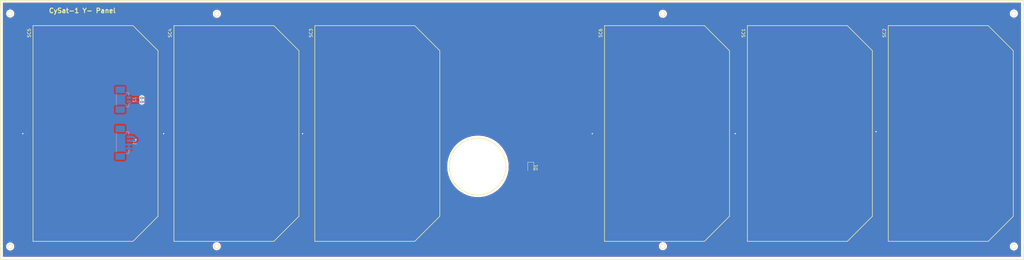
<source format=kicad_pcb>
(kicad_pcb (version 20171130) (host pcbnew "(5.1.6)-1")

  (general
    (thickness 1.6)
    (drawings 27)
    (tracks 48)
    (zones 0)
    (modules 9)
    (nets 5)
  )

  (page A2)
  (title_block
    (title "CySat Solar Panel board Y-")
    (date 2020-07-21)
    (rev 3)
    (company "Iowa State University")
    (comment 1 "Matthew E. Nelson")
  )

  (layers
    (0 F.Cu signal hide)
    (31 B.Cu signal hide)
    (32 B.Adhes user)
    (33 F.Adhes user)
    (34 B.Paste user)
    (35 F.Paste user)
    (36 B.SilkS user)
    (37 F.SilkS user)
    (38 B.Mask user)
    (39 F.Mask user)
    (40 Dwgs.User user)
    (41 Cmts.User user)
    (42 Eco1.User user)
    (43 Eco2.User user)
    (44 Edge.Cuts user)
    (45 Margin user)
    (46 B.CrtYd user)
    (47 F.CrtYd user)
    (48 B.Fab user)
    (49 F.Fab user)
  )

  (setup
    (last_trace_width 0.25)
    (trace_clearance 0.2)
    (zone_clearance 0.508)
    (zone_45_only no)
    (trace_min 0.2)
    (via_size 0.8)
    (via_drill 0.4)
    (via_min_size 0.4)
    (via_min_drill 0.3)
    (uvia_size 0.3)
    (uvia_drill 0.1)
    (uvias_allowed no)
    (uvia_min_size 0.2)
    (uvia_min_drill 0.1)
    (edge_width 0.05)
    (segment_width 0.2)
    (pcb_text_width 0.3)
    (pcb_text_size 1.5 1.5)
    (mod_edge_width 0.12)
    (mod_text_size 1 1)
    (mod_text_width 0.15)
    (pad_size 1.524 1.524)
    (pad_drill 0.762)
    (pad_to_mask_clearance 0.051)
    (solder_mask_min_width 0.25)
    (aux_axis_origin 0 0)
    (visible_elements 7FFFFFFF)
    (pcbplotparams
      (layerselection 0x010fc_ffffffff)
      (usegerberextensions false)
      (usegerberattributes false)
      (usegerberadvancedattributes false)
      (creategerberjobfile false)
      (excludeedgelayer true)
      (linewidth 0.100000)
      (plotframeref false)
      (viasonmask false)
      (mode 1)
      (useauxorigin false)
      (hpglpennumber 1)
      (hpglpenspeed 20)
      (hpglpendiameter 15.000000)
      (psnegative false)
      (psa4output false)
      (plotreference true)
      (plotvalue true)
      (plotinvisibletext false)
      (padsonsilk false)
      (subtractmaskfromsilk false)
      (outputformat 1)
      (mirror false)
      (drillshape 1)
      (scaleselection 1)
      (outputdirectory ""))
  )

  (net 0 "")
  (net 1 VSS)
  (net 2 VCC)
  (net 3 "Net-(D1-Pad1)")
  (net 4 "Net-(D1-Pad2)")

  (net_class Default "This is the default net class."
    (clearance 0.2)
    (trace_width 0.25)
    (via_dia 0.8)
    (via_drill 0.4)
    (uvia_dia 0.3)
    (uvia_drill 0.1)
    (add_net "Net-(D1-Pad1)")
    (add_net "Net-(D1-Pad2)")
    (add_net VCC)
    (add_net VSS)
  )

  (module Connector_Molex:Molex_PicoBlade_53398-0471_1x04-1MP_P1.25mm_Vertical (layer B.Cu) (tedit 5B78AD88) (tstamp 5CC39CEA)
    (at 183.807599 200.978399 90)
    (descr "Molex PicoBlade series connector, 53398-0471 (http://www.molex.com/pdm_docs/sd/533980271_sd.pdf), generated with kicad-footprint-generator")
    (tags "connector Molex PicoBlade side entry")
    (path /5CABAE1D)
    (attr smd)
    (fp_text reference J1 (at 0 3.1 90) (layer B.SilkS)
      (effects (font (size 1 1) (thickness 0.15)) (justify mirror))
    )
    (fp_text value Conn_01x04 (at 0 -4.2 90) (layer B.Fab)
      (effects (font (size 1 1) (thickness 0.15)) (justify mirror))
    )
    (fp_line (start -3.375 1.1) (end 3.375 1.1) (layer B.Fab) (width 0.1))
    (fp_line (start -3.485 0.26) (end -3.485 1.21) (layer B.SilkS) (width 0.12))
    (fp_line (start -3.485 1.21) (end -2.535 1.21) (layer B.SilkS) (width 0.12))
    (fp_line (start -2.535 1.21) (end -2.535 1.9) (layer B.SilkS) (width 0.12))
    (fp_line (start 3.485 0.26) (end 3.485 1.21) (layer B.SilkS) (width 0.12))
    (fp_line (start 3.485 1.21) (end 2.535 1.21) (layer B.SilkS) (width 0.12))
    (fp_line (start -3.115 -2.71) (end 3.115 -2.71) (layer B.SilkS) (width 0.12))
    (fp_line (start -3.375 -2.6) (end 3.375 -2.6) (layer B.Fab) (width 0.1))
    (fp_line (start -3.375 1.1) (end -3.375 -2.6) (layer B.Fab) (width 0.1))
    (fp_line (start 3.375 1.1) (end 3.375 -2.6) (layer B.Fab) (width 0.1))
    (fp_line (start -2.025 -1.225) (end -2.025 -1.825) (layer B.Fab) (width 0.1))
    (fp_line (start -2.025 -1.825) (end -1.725 -1.825) (layer B.Fab) (width 0.1))
    (fp_line (start -1.725 -1.825) (end -1.725 -1.225) (layer B.Fab) (width 0.1))
    (fp_line (start -1.725 -1.225) (end -2.025 -1.225) (layer B.Fab) (width 0.1))
    (fp_line (start -0.775 -1.225) (end -0.775 -1.825) (layer B.Fab) (width 0.1))
    (fp_line (start -0.775 -1.825) (end -0.475 -1.825) (layer B.Fab) (width 0.1))
    (fp_line (start -0.475 -1.825) (end -0.475 -1.225) (layer B.Fab) (width 0.1))
    (fp_line (start -0.475 -1.225) (end -0.775 -1.225) (layer B.Fab) (width 0.1))
    (fp_line (start 0.475 -1.225) (end 0.475 -1.825) (layer B.Fab) (width 0.1))
    (fp_line (start 0.475 -1.825) (end 0.775 -1.825) (layer B.Fab) (width 0.1))
    (fp_line (start 0.775 -1.825) (end 0.775 -1.225) (layer B.Fab) (width 0.1))
    (fp_line (start 0.775 -1.225) (end 0.475 -1.225) (layer B.Fab) (width 0.1))
    (fp_line (start 1.725 -1.225) (end 1.725 -1.825) (layer B.Fab) (width 0.1))
    (fp_line (start 1.725 -1.825) (end 2.025 -1.825) (layer B.Fab) (width 0.1))
    (fp_line (start 2.025 -1.825) (end 2.025 -1.225) (layer B.Fab) (width 0.1))
    (fp_line (start 2.025 -1.225) (end 1.725 -1.225) (layer B.Fab) (width 0.1))
    (fp_line (start -3.375 -2.6) (end -4.875 -2.6) (layer B.Fab) (width 0.1))
    (fp_line (start -4.875 -2.6) (end -5.075 -2.4) (layer B.Fab) (width 0.1))
    (fp_line (start -5.075 -2.4) (end -5.075 -0.6) (layer B.Fab) (width 0.1))
    (fp_line (start -5.075 -0.6) (end -4.875 -0.4) (layer B.Fab) (width 0.1))
    (fp_line (start -4.875 -0.4) (end -4.875 0.2) (layer B.Fab) (width 0.1))
    (fp_line (start -4.875 0.2) (end -3.375 0.2) (layer B.Fab) (width 0.1))
    (fp_line (start 3.375 -2.6) (end 4.875 -2.6) (layer B.Fab) (width 0.1))
    (fp_line (start 4.875 -2.6) (end 5.075 -2.4) (layer B.Fab) (width 0.1))
    (fp_line (start 5.075 -2.4) (end 5.075 -0.6) (layer B.Fab) (width 0.1))
    (fp_line (start 5.075 -0.6) (end 4.875 -0.4) (layer B.Fab) (width 0.1))
    (fp_line (start 4.875 -0.4) (end 4.875 0.2) (layer B.Fab) (width 0.1))
    (fp_line (start 4.875 0.2) (end 3.375 0.2) (layer B.Fab) (width 0.1))
    (fp_line (start -5.98 2.4) (end -5.98 -3.5) (layer B.CrtYd) (width 0.05))
    (fp_line (start -5.98 -3.5) (end 5.98 -3.5) (layer B.CrtYd) (width 0.05))
    (fp_line (start 5.98 -3.5) (end 5.98 2.4) (layer B.CrtYd) (width 0.05))
    (fp_line (start 5.98 2.4) (end -5.98 2.4) (layer B.CrtYd) (width 0.05))
    (fp_line (start -2.375 1.1) (end -1.875 0.392893) (layer B.Fab) (width 0.1))
    (fp_line (start -1.875 0.392893) (end -1.375 1.1) (layer B.Fab) (width 0.1))
    (fp_text user %R (at 0 -0.4 90) (layer B.Fab)
      (effects (font (size 1 1) (thickness 0.15)) (justify mirror))
    )
    (pad 1 smd roundrect (at -1.875 1.25 90) (size 0.8 1.3) (layers B.Cu B.Paste B.Mask) (roundrect_rratio 0.25)
      (net 1 VSS))
    (pad 2 smd roundrect (at -0.625 1.25 90) (size 0.8 1.3) (layers B.Cu B.Paste B.Mask) (roundrect_rratio 0.25)
      (net 1 VSS))
    (pad 3 smd roundrect (at 0.625 1.25 90) (size 0.8 1.3) (layers B.Cu B.Paste B.Mask) (roundrect_rratio 0.25)
      (net 2 VCC))
    (pad 4 smd roundrect (at 1.875 1.25 90) (size 0.8 1.3) (layers B.Cu B.Paste B.Mask) (roundrect_rratio 0.25)
      (net 2 VCC))
    (pad MP smd roundrect (at -4.425 -1.5 90) (size 2.1 3) (layers B.Cu B.Paste B.Mask) (roundrect_rratio 0.119048))
    (pad MP smd roundrect (at 4.425 -1.5 90) (size 2.1 3) (layers B.Cu B.Paste B.Mask) (roundrect_rratio 0.119048))
    (model ${KISYS3DMOD}/Connector_Molex.3dshapes/Molex_PicoBlade_53398-0471_1x04-1MP_P1.25mm_Vertical.wrl
      (at (xyz 0 0 0))
      (scale (xyz 1 1 1))
      (rotate (xyz 0 0 0))
    )
  )

  (module Connector_Molex:Molex_PicoBlade_53398-0271_1x02-1MP_P1.25mm_Vertical (layer B.Cu) (tedit 5B78AD88) (tstamp 5CC39D17)
    (at 183.807599 187.228399 90)
    (descr "Molex PicoBlade series connector, 53398-0271 (http://www.molex.com/pdm_docs/sd/533980271_sd.pdf), generated with kicad-footprint-generator")
    (tags "connector Molex PicoBlade side entry")
    (path /5CAF553F)
    (attr smd)
    (fp_text reference J2 (at 0 3.1 90) (layer B.SilkS)
      (effects (font (size 1 1) (thickness 0.15)) (justify mirror))
    )
    (fp_text value Conn_01x02 (at 0 -4.2 90) (layer B.Fab)
      (effects (font (size 1 1) (thickness 0.15)) (justify mirror))
    )
    (fp_line (start -2.125 1.1) (end 2.125 1.1) (layer B.Fab) (width 0.1))
    (fp_line (start -2.235 0.26) (end -2.235 1.21) (layer B.SilkS) (width 0.12))
    (fp_line (start -2.235 1.21) (end -1.285 1.21) (layer B.SilkS) (width 0.12))
    (fp_line (start -1.285 1.21) (end -1.285 1.9) (layer B.SilkS) (width 0.12))
    (fp_line (start 2.235 0.26) (end 2.235 1.21) (layer B.SilkS) (width 0.12))
    (fp_line (start 2.235 1.21) (end 1.285 1.21) (layer B.SilkS) (width 0.12))
    (fp_line (start -1.865 -2.71) (end 1.865 -2.71) (layer B.SilkS) (width 0.12))
    (fp_line (start -2.125 -2.6) (end 2.125 -2.6) (layer B.Fab) (width 0.1))
    (fp_line (start -2.125 1.1) (end -2.125 -2.6) (layer B.Fab) (width 0.1))
    (fp_line (start 2.125 1.1) (end 2.125 -2.6) (layer B.Fab) (width 0.1))
    (fp_line (start -0.775 -1.225) (end -0.775 -1.825) (layer B.Fab) (width 0.1))
    (fp_line (start -0.775 -1.825) (end -0.475 -1.825) (layer B.Fab) (width 0.1))
    (fp_line (start -0.475 -1.825) (end -0.475 -1.225) (layer B.Fab) (width 0.1))
    (fp_line (start -0.475 -1.225) (end -0.775 -1.225) (layer B.Fab) (width 0.1))
    (fp_line (start 0.475 -1.225) (end 0.475 -1.825) (layer B.Fab) (width 0.1))
    (fp_line (start 0.475 -1.825) (end 0.775 -1.825) (layer B.Fab) (width 0.1))
    (fp_line (start 0.775 -1.825) (end 0.775 -1.225) (layer B.Fab) (width 0.1))
    (fp_line (start 0.775 -1.225) (end 0.475 -1.225) (layer B.Fab) (width 0.1))
    (fp_line (start -2.125 -2.6) (end -3.625 -2.6) (layer B.Fab) (width 0.1))
    (fp_line (start -3.625 -2.6) (end -3.825 -2.4) (layer B.Fab) (width 0.1))
    (fp_line (start -3.825 -2.4) (end -3.825 -0.6) (layer B.Fab) (width 0.1))
    (fp_line (start -3.825 -0.6) (end -3.625 -0.4) (layer B.Fab) (width 0.1))
    (fp_line (start -3.625 -0.4) (end -3.625 0.2) (layer B.Fab) (width 0.1))
    (fp_line (start -3.625 0.2) (end -2.125 0.2) (layer B.Fab) (width 0.1))
    (fp_line (start 2.125 -2.6) (end 3.625 -2.6) (layer B.Fab) (width 0.1))
    (fp_line (start 3.625 -2.6) (end 3.825 -2.4) (layer B.Fab) (width 0.1))
    (fp_line (start 3.825 -2.4) (end 3.825 -0.6) (layer B.Fab) (width 0.1))
    (fp_line (start 3.825 -0.6) (end 3.625 -0.4) (layer B.Fab) (width 0.1))
    (fp_line (start 3.625 -0.4) (end 3.625 0.2) (layer B.Fab) (width 0.1))
    (fp_line (start 3.625 0.2) (end 2.125 0.2) (layer B.Fab) (width 0.1))
    (fp_line (start -4.72 2.4) (end -4.72 -3.5) (layer B.CrtYd) (width 0.05))
    (fp_line (start -4.72 -3.5) (end 4.72 -3.5) (layer B.CrtYd) (width 0.05))
    (fp_line (start 4.72 -3.5) (end 4.72 2.4) (layer B.CrtYd) (width 0.05))
    (fp_line (start 4.72 2.4) (end -4.72 2.4) (layer B.CrtYd) (width 0.05))
    (fp_line (start -1.125 1.1) (end -0.625 0.392893) (layer B.Fab) (width 0.1))
    (fp_line (start -0.625 0.392893) (end -0.125 1.1) (layer B.Fab) (width 0.1))
    (fp_text user %R (at 0 -0.4 90) (layer B.Fab)
      (effects (font (size 1 1) (thickness 0.15)) (justify mirror))
    )
    (pad 1 smd roundrect (at -0.625 1.25 90) (size 0.8 1.3) (layers B.Cu B.Paste B.Mask) (roundrect_rratio 0.25)
      (net 4 "Net-(D1-Pad2)"))
    (pad 2 smd roundrect (at 0.625 1.25 90) (size 0.8 1.3) (layers B.Cu B.Paste B.Mask) (roundrect_rratio 0.25)
      (net 3 "Net-(D1-Pad1)"))
    (pad MP smd roundrect (at -3.175 -1.5 90) (size 2.1 3) (layers B.Cu B.Paste B.Mask) (roundrect_rratio 0.119048))
    (pad MP smd roundrect (at 3.175 -1.5 90) (size 2.1 3) (layers B.Cu B.Paste B.Mask) (roundrect_rratio 0.119048))
    (model ${KISYS3DMOD}/Connector_Molex.3dshapes/Molex_PicoBlade_53398-0271_1x02-1MP_P1.25mm_Vertical.wrl
      (at (xyz 0 0 0))
      (scale (xyz 1 1 1))
      (rotate (xyz 0 0 0))
    )
  )

  (module Diode_SMD:D_0805_2012Metric (layer F.Cu) (tedit 5B36C52B) (tstamp 5F179CDE)
    (at 313.69 208.915 270)
    (descr "Diode SMD 0805 (2012 Metric), square (rectangular) end terminal, IPC_7351 nominal, (Body size source: https://docs.google.com/spreadsheets/d/1BsfQQcO9C6DZCsRaXUlFlo91Tg2WpOkGARC1WS5S8t0/edit?usp=sharing), generated with kicad-footprint-generator")
    (tags diode)
    (path /5CC5A3C1)
    (attr smd)
    (fp_text reference D1 (at 0 -1.65 90) (layer F.SilkS)
      (effects (font (size 1 1) (thickness 0.15)))
    )
    (fp_text value D_Photo (at 0 1.65 90) (layer F.Fab)
      (effects (font (size 1 1) (thickness 0.15)))
    )
    (fp_line (start 1 -0.6) (end -0.7 -0.6) (layer F.Fab) (width 0.1))
    (fp_line (start -0.7 -0.6) (end -1 -0.3) (layer F.Fab) (width 0.1))
    (fp_line (start -1 -0.3) (end -1 0.6) (layer F.Fab) (width 0.1))
    (fp_line (start -1 0.6) (end 1 0.6) (layer F.Fab) (width 0.1))
    (fp_line (start 1 0.6) (end 1 -0.6) (layer F.Fab) (width 0.1))
    (fp_line (start 1 -0.96) (end -1.685 -0.96) (layer F.SilkS) (width 0.12))
    (fp_line (start -1.685 -0.96) (end -1.685 0.96) (layer F.SilkS) (width 0.12))
    (fp_line (start -1.685 0.96) (end 1 0.96) (layer F.SilkS) (width 0.12))
    (fp_line (start -1.68 0.95) (end -1.68 -0.95) (layer F.CrtYd) (width 0.05))
    (fp_line (start -1.68 -0.95) (end 1.68 -0.95) (layer F.CrtYd) (width 0.05))
    (fp_line (start 1.68 -0.95) (end 1.68 0.95) (layer F.CrtYd) (width 0.05))
    (fp_line (start 1.68 0.95) (end -1.68 0.95) (layer F.CrtYd) (width 0.05))
    (fp_text user %R (at 0 0 90) (layer F.Fab)
      (effects (font (size 0.5 0.5) (thickness 0.08)))
    )
    (pad 1 smd roundrect (at -0.9375 0 270) (size 0.975 1.4) (layers F.Cu F.Paste F.Mask) (roundrect_rratio 0.25)
      (net 3 "Net-(D1-Pad1)"))
    (pad 2 smd roundrect (at 0.9375 0 270) (size 0.975 1.4) (layers F.Cu F.Paste F.Mask) (roundrect_rratio 0.25)
      (net 4 "Net-(D1-Pad2)"))
    (model ${KISYS3DMOD}/Diode_SMD.3dshapes/D_0805_2012Metric.wrl
      (at (xyz 0 0 0))
      (scale (xyz 1 1 1))
      (rotate (xyz 0 0 0))
    )
  )

  (module CySat_Solar:Spectrolab (layer F.Cu) (tedit 5F14AFE2) (tstamp 5F17995D)
    (at 380.365 198.12 270)
    (path /5CAFDDDE)
    (fp_text reference SC1 (at -32.2 -1.4 90) (layer F.SilkS)
      (effects (font (size 1 1) (thickness 0.15)))
    )
    (fp_text value Solar_Cell (at 31 -1.2 90) (layer F.Fab)
      (effects (font (size 1 1) (thickness 0.15)))
    )
    (fp_line (start 34.440573 -2.640087) (end -34.559427 -2.640087) (layer F.SilkS) (width 0.2))
    (fp_line (start -26.559427 -42.640087) (end 26.440573 -42.640087) (layer F.SilkS) (width 0.2))
    (fp_line (start -34.559427 -2.640087) (end -34.559427 -34.640087) (layer F.SilkS) (width 0.2))
    (fp_line (start -34.559427 -34.640087) (end -26.559427 -42.640087) (layer F.SilkS) (width 0.2))
    (fp_line (start 26.440573 -42.640087) (end 34.440573 -34.640087) (layer F.SilkS) (width 0.2))
    (fp_line (start 34.440573 -34.640087) (end 34.440573 -2.640087) (layer F.SilkS) (width 0.2))
    (pad 1 smd rect (at 24.480573 -1.440087 90) (size 2.5 2.5) (layers F.Cu F.Paste F.Mask)
      (net 2 VCC))
    (pad 1 smd rect (at 19.480573 -1.440087 90) (size 2.5 2.5) (layers F.Cu F.Paste F.Mask)
      (net 2 VCC))
    (pad 2 smd rect (at 1.880573 -1.440087 90) (size 2.5 2.5) (layers F.Cu F.Paste F.Mask)
      (net 1 VSS))
    (pad 2 smd rect (at -2.119427 -1.440087 90) (size 2.5 2.5) (layers F.Cu F.Paste F.Mask)
      (net 1 VSS))
    (pad 1 smd rect (at -19.519427 -1.440087 90) (size 2.5 2.5) (layers F.Cu F.Paste F.Mask)
      (net 2 VCC))
    (pad 1 smd rect (at -24.519427 -1.440087 90) (size 2.5 2.5) (layers F.Cu F.Paste F.Mask)
      (net 2 VCC))
    (model "C:/GitHub/CySat-SidePanels/footprints/UTJ Solar Cell SolidWorks.STEP"
      (offset (xyz -34.5 42.5 0.3))
      (scale (xyz 1 1 1))
      (rotate (xyz 180 0 0))
    )
  )

  (module CySat_Solar:Spectrolab (layer F.Cu) (tedit 5F14AFE2) (tstamp 5F17996C)
    (at 425.45 198.12 270)
    (path /5CAFE43B)
    (fp_text reference SC2 (at -32.2 -1.4 90) (layer F.SilkS)
      (effects (font (size 1 1) (thickness 0.15)))
    )
    (fp_text value Solar_Cell (at 31 -1.2 90) (layer F.Fab)
      (effects (font (size 1 1) (thickness 0.15)))
    )
    (fp_line (start 34.440573 -34.640087) (end 34.440573 -2.640087) (layer F.SilkS) (width 0.2))
    (fp_line (start 26.440573 -42.640087) (end 34.440573 -34.640087) (layer F.SilkS) (width 0.2))
    (fp_line (start -34.559427 -34.640087) (end -26.559427 -42.640087) (layer F.SilkS) (width 0.2))
    (fp_line (start -34.559427 -2.640087) (end -34.559427 -34.640087) (layer F.SilkS) (width 0.2))
    (fp_line (start -26.559427 -42.640087) (end 26.440573 -42.640087) (layer F.SilkS) (width 0.2))
    (fp_line (start 34.440573 -2.640087) (end -34.559427 -2.640087) (layer F.SilkS) (width 0.2))
    (pad 1 smd rect (at -24.519427 -1.440087 90) (size 2.5 2.5) (layers F.Cu F.Paste F.Mask)
      (net 2 VCC))
    (pad 1 smd rect (at -19.519427 -1.440087 90) (size 2.5 2.5) (layers F.Cu F.Paste F.Mask)
      (net 2 VCC))
    (pad 2 smd rect (at -2.119427 -1.440087 90) (size 2.5 2.5) (layers F.Cu F.Paste F.Mask)
      (net 1 VSS))
    (pad 2 smd rect (at 1.880573 -1.440087 90) (size 2.5 2.5) (layers F.Cu F.Paste F.Mask)
      (net 1 VSS))
    (pad 1 smd rect (at 19.480573 -1.440087 90) (size 2.5 2.5) (layers F.Cu F.Paste F.Mask)
      (net 2 VCC))
    (pad 1 smd rect (at 24.480573 -1.440087 90) (size 2.5 2.5) (layers F.Cu F.Paste F.Mask)
      (net 2 VCC))
    (model "C:/GitHub/CySat-SidePanels/footprints/UTJ Solar Cell SolidWorks.STEP"
      (offset (xyz -34.5 42.5 0.3))
      (scale (xyz 1 1 1))
      (rotate (xyz 180 0 0))
    )
  )

  (module CySat_Solar:Spectrolab (layer F.Cu) (tedit 5F14AFE2) (tstamp 5F17997B)
    (at 241.935 198.12 270)
    (path /5F2390EB)
    (fp_text reference SC3 (at -32.2 -1.4 90) (layer F.SilkS)
      (effects (font (size 1 1) (thickness 0.15)))
    )
    (fp_text value Solar_Cell (at 31 -1.2 90) (layer F.Fab)
      (effects (font (size 1 1) (thickness 0.15)))
    )
    (fp_line (start 34.440573 -2.640087) (end -34.559427 -2.640087) (layer F.SilkS) (width 0.2))
    (fp_line (start -26.559427 -42.640087) (end 26.440573 -42.640087) (layer F.SilkS) (width 0.2))
    (fp_line (start -34.559427 -2.640087) (end -34.559427 -34.640087) (layer F.SilkS) (width 0.2))
    (fp_line (start -34.559427 -34.640087) (end -26.559427 -42.640087) (layer F.SilkS) (width 0.2))
    (fp_line (start 26.440573 -42.640087) (end 34.440573 -34.640087) (layer F.SilkS) (width 0.2))
    (fp_line (start 34.440573 -34.640087) (end 34.440573 -2.640087) (layer F.SilkS) (width 0.2))
    (pad 1 smd rect (at 24.480573 -1.440087 90) (size 2.5 2.5) (layers F.Cu F.Paste F.Mask)
      (net 2 VCC))
    (pad 1 smd rect (at 19.480573 -1.440087 90) (size 2.5 2.5) (layers F.Cu F.Paste F.Mask)
      (net 2 VCC))
    (pad 2 smd rect (at 1.880573 -1.440087 90) (size 2.5 2.5) (layers F.Cu F.Paste F.Mask)
      (net 1 VSS))
    (pad 2 smd rect (at -2.119427 -1.440087 90) (size 2.5 2.5) (layers F.Cu F.Paste F.Mask)
      (net 1 VSS))
    (pad 1 smd rect (at -19.519427 -1.440087 90) (size 2.5 2.5) (layers F.Cu F.Paste F.Mask)
      (net 2 VCC))
    (pad 1 smd rect (at -24.519427 -1.440087 90) (size 2.5 2.5) (layers F.Cu F.Paste F.Mask)
      (net 2 VCC))
    (model "C:/GitHub/CySat-SidePanels/footprints/UTJ Solar Cell SolidWorks.STEP"
      (offset (xyz -34.5 42.5 0.3))
      (scale (xyz 1 1 1))
      (rotate (xyz 180 0 0))
    )
  )

  (module CySat_Solar:Spectrolab (layer F.Cu) (tedit 5F14AFE2) (tstamp 5F17998A)
    (at 196.85 198.12 270)
    (path /5F23F079)
    (fp_text reference SC4 (at -32.2 -1.4 90) (layer F.SilkS)
      (effects (font (size 1 1) (thickness 0.15)))
    )
    (fp_text value Solar_Cell (at 31 -1.2 90) (layer F.Fab)
      (effects (font (size 1 1) (thickness 0.15)))
    )
    (fp_line (start 34.440573 -34.640087) (end 34.440573 -2.640087) (layer F.SilkS) (width 0.2))
    (fp_line (start 26.440573 -42.640087) (end 34.440573 -34.640087) (layer F.SilkS) (width 0.2))
    (fp_line (start -34.559427 -34.640087) (end -26.559427 -42.640087) (layer F.SilkS) (width 0.2))
    (fp_line (start -34.559427 -2.640087) (end -34.559427 -34.640087) (layer F.SilkS) (width 0.2))
    (fp_line (start -26.559427 -42.640087) (end 26.440573 -42.640087) (layer F.SilkS) (width 0.2))
    (fp_line (start 34.440573 -2.640087) (end -34.559427 -2.640087) (layer F.SilkS) (width 0.2))
    (pad 1 smd rect (at -24.519427 -1.440087 90) (size 2.5 2.5) (layers F.Cu F.Paste F.Mask)
      (net 2 VCC))
    (pad 1 smd rect (at -19.519427 -1.440087 90) (size 2.5 2.5) (layers F.Cu F.Paste F.Mask)
      (net 2 VCC))
    (pad 2 smd rect (at -2.119427 -1.440087 90) (size 2.5 2.5) (layers F.Cu F.Paste F.Mask)
      (net 1 VSS))
    (pad 2 smd rect (at 1.880573 -1.440087 90) (size 2.5 2.5) (layers F.Cu F.Paste F.Mask)
      (net 1 VSS))
    (pad 1 smd rect (at 19.480573 -1.440087 90) (size 2.5 2.5) (layers F.Cu F.Paste F.Mask)
      (net 2 VCC))
    (pad 1 smd rect (at 24.480573 -1.440087 90) (size 2.5 2.5) (layers F.Cu F.Paste F.Mask)
      (net 2 VCC))
    (model "C:/GitHub/CySat-SidePanels/footprints/UTJ Solar Cell SolidWorks.STEP"
      (offset (xyz -34.5 42.5 0.3))
      (scale (xyz 1 1 1))
      (rotate (xyz 180 0 0))
    )
  )

  (module CySat_Solar:Spectrolab (layer F.Cu) (tedit 5F14AFE2) (tstamp 5F179999)
    (at 151.765 198.12 270)
    (path /5F23F083)
    (fp_text reference SC5 (at -32.2 -1.4 90) (layer F.SilkS)
      (effects (font (size 1 1) (thickness 0.15)))
    )
    (fp_text value Solar_Cell (at 31 -1.2 90) (layer F.Fab)
      (effects (font (size 1 1) (thickness 0.15)))
    )
    (fp_line (start 34.440573 -2.640087) (end -34.559427 -2.640087) (layer F.SilkS) (width 0.2))
    (fp_line (start -26.559427 -42.640087) (end 26.440573 -42.640087) (layer F.SilkS) (width 0.2))
    (fp_line (start -34.559427 -2.640087) (end -34.559427 -34.640087) (layer F.SilkS) (width 0.2))
    (fp_line (start -34.559427 -34.640087) (end -26.559427 -42.640087) (layer F.SilkS) (width 0.2))
    (fp_line (start 26.440573 -42.640087) (end 34.440573 -34.640087) (layer F.SilkS) (width 0.2))
    (fp_line (start 34.440573 -34.640087) (end 34.440573 -2.640087) (layer F.SilkS) (width 0.2))
    (pad 1 smd rect (at 24.480573 -1.440087 90) (size 2.5 2.5) (layers F.Cu F.Paste F.Mask)
      (net 2 VCC))
    (pad 1 smd rect (at 19.480573 -1.440087 90) (size 2.5 2.5) (layers F.Cu F.Paste F.Mask)
      (net 2 VCC))
    (pad 2 smd rect (at 1.880573 -1.440087 90) (size 2.5 2.5) (layers F.Cu F.Paste F.Mask)
      (net 1 VSS))
    (pad 2 smd rect (at -2.119427 -1.440087 90) (size 2.5 2.5) (layers F.Cu F.Paste F.Mask)
      (net 1 VSS))
    (pad 1 smd rect (at -19.519427 -1.440087 90) (size 2.5 2.5) (layers F.Cu F.Paste F.Mask)
      (net 2 VCC))
    (pad 1 smd rect (at -24.519427 -1.440087 90) (size 2.5 2.5) (layers F.Cu F.Paste F.Mask)
      (net 2 VCC))
    (model "C:/GitHub/CySat-SidePanels/footprints/UTJ Solar Cell SolidWorks.STEP"
      (offset (xyz -34.5 42.5 0.3))
      (scale (xyz 1 1 1))
      (rotate (xyz 180 0 0))
    )
  )

  (module CySat_Solar:Spectrolab (layer F.Cu) (tedit 5F14AFE2) (tstamp 5F1799A8)
    (at 334.645 198.12 270)
    (path /5F23F08F)
    (fp_text reference SC6 (at -32.2 -1.4 90) (layer F.SilkS)
      (effects (font (size 1 1) (thickness 0.15)))
    )
    (fp_text value Solar_Cell (at 31 -1.2 90) (layer F.Fab)
      (effects (font (size 1 1) (thickness 0.15)))
    )
    (fp_line (start 34.440573 -34.640087) (end 34.440573 -2.640087) (layer F.SilkS) (width 0.2))
    (fp_line (start 26.440573 -42.640087) (end 34.440573 -34.640087) (layer F.SilkS) (width 0.2))
    (fp_line (start -34.559427 -34.640087) (end -26.559427 -42.640087) (layer F.SilkS) (width 0.2))
    (fp_line (start -34.559427 -2.640087) (end -34.559427 -34.640087) (layer F.SilkS) (width 0.2))
    (fp_line (start -26.559427 -42.640087) (end 26.440573 -42.640087) (layer F.SilkS) (width 0.2))
    (fp_line (start 34.440573 -2.640087) (end -34.559427 -2.640087) (layer F.SilkS) (width 0.2))
    (pad 1 smd rect (at -24.519427 -1.440087 90) (size 2.5 2.5) (layers F.Cu F.Paste F.Mask)
      (net 2 VCC))
    (pad 1 smd rect (at -19.519427 -1.440087 90) (size 2.5 2.5) (layers F.Cu F.Paste F.Mask)
      (net 2 VCC))
    (pad 2 smd rect (at -2.119427 -1.440087 90) (size 2.5 2.5) (layers F.Cu F.Paste F.Mask)
      (net 1 VSS))
    (pad 2 smd rect (at 1.880573 -1.440087 90) (size 2.5 2.5) (layers F.Cu F.Paste F.Mask)
      (net 1 VSS))
    (pad 1 smd rect (at 19.480573 -1.440087 90) (size 2.5 2.5) (layers F.Cu F.Paste F.Mask)
      (net 2 VCC))
    (pad 1 smd rect (at 24.480573 -1.440087 90) (size 2.5 2.5) (layers F.Cu F.Paste F.Mask)
      (net 2 VCC))
    (model "C:/GitHub/CySat-SidePanels/footprints/UTJ Solar Cell SolidWorks.STEP"
      (offset (xyz -34.5 42.5 0.3))
      (scale (xyz 1 1 1))
      (rotate (xyz 180 0 0))
    )
  )

  (gr_text "CySat-1 Y- Panel" (at 170.18 158.75) (layer F.SilkS)
    (effects (font (size 1.5 1.5) (thickness 0.3)))
  )
  (gr_circle (center 296.785 208.585) (end 306.104544 208.585) (layer Edge.Cuts) (width 0.05))
  (gr_circle (center 213.21 234.135) (end 213.21 233.36) (layer Edge.Cuts) (width 0.05) (tstamp 5CAEFB88))
  (gr_circle (center 147.11 234.21) (end 147.11 233.435) (layer Edge.Cuts) (width 0.05) (tstamp 5CAEFB86))
  (gr_circle (center 147.11 159.685) (end 147.11 158.91) (layer Edge.Cuts) (width 0.05) (tstamp 5CAEFB84))
  (gr_circle (center 213.235 159.76) (end 213.235 158.985) (layer Edge.Cuts) (width 0.05) (tstamp 5CAEFB82))
  (gr_circle (center 355.985 234.11) (end 355.985 233.335) (layer Edge.Cuts) (width 0.05) (tstamp 5CAEFB80))
  (gr_circle (center 355.96 159.76) (end 355.96 158.985) (layer Edge.Cuts) (width 0.05) (tstamp 5CAEFB7E))
  (gr_circle (center 468.285 159.685) (end 468.285 158.91) (layer Edge.Cuts) (width 0.05) (tstamp 5CAEFB7C))
  (gr_circle (center 468.285 234.185) (end 468.285 233.41) (layer Edge.Cuts) (width 0.05))
  (gr_line (start 143.935 238.435) (end 471.435 238.435) (layer Edge.Cuts) (width 0.05) (tstamp 5CAEFB78))
  (gr_line (start 143.935 155.435) (end 143.935 238.435) (layer Edge.Cuts) (width 0.05))
  (gr_line (start 471.435 155.435) (end 143.935 155.435) (layer Edge.Cuts) (width 0.05))
  (gr_line (start 471.435 238.435) (end 471.435 155.435) (layer Edge.Cuts) (width 0.05))
  (gr_circle (center 355.969751 234.122887) (end 355.969751 234.884887) (layer F.SilkS) (width 0.2))
  (gr_circle (center 296.688151 208.630887) (end 296.688151 217.630887) (layer F.SilkS) (width 0.2))
  (gr_circle (center 213.221751 234.122887) (end 213.221751 234.884887) (layer F.SilkS) (width 0.2))
  (gr_line (start 143.938151 155.440887) (end 471.438151 155.440887) (layer F.SilkS) (width 0.2))
  (gr_circle (center 468.263151 234.190887) (end 468.263151 234.965887) (layer F.SilkS) (width 0.2))
  (gr_line (start 143.938151 238.440887) (end 143.938151 155.440887) (layer F.SilkS) (width 0.2))
  (gr_circle (center 355.969751 159.758887) (end 355.969751 160.520887) (layer F.SilkS) (width 0.2))
  (gr_line (start 471.438151 155.440887) (end 471.438151 238.440887) (layer F.SilkS) (width 0.2))
  (gr_circle (center 147.113151 234.190887) (end 147.113151 234.965887) (layer F.SilkS) (width 0.2))
  (gr_circle (center 147.113151 159.690887) (end 147.113151 160.465887) (layer F.SilkS) (width 0.2))
  (gr_line (start 471.438151 238.440887) (end 143.938151 238.440887) (layer F.SilkS) (width 0.2))
  (gr_circle (center 213.221751 159.758887) (end 213.221751 160.520887) (layer F.SilkS) (width 0.2))
  (gr_circle (center 468.263151 159.690887) (end 468.263151 160.465887) (layer F.SilkS) (width 0.2))

  (segment (start 426.890087 196.000573) (end 425.664427 196.000573) (width 0.25) (layer F.Cu) (net 1))
  (via (at 424.18 197.485) (size 0.8) (drill 0.4) (layers F.Cu B.Cu) (net 1))
  (segment (start 425.664427 196.000573) (end 424.18 197.485) (width 0.25) (layer F.Cu) (net 1))
  (segment (start 426.695573 200.000573) (end 424.18 197.485) (width 0.25) (layer F.Cu) (net 1))
  (segment (start 426.890087 200.000573) (end 426.695573 200.000573) (width 0.25) (layer F.Cu) (net 1))
  (via (at 379.095 198.12) (size 0.8) (drill 0.4) (layers F.Cu B.Cu) (net 1))
  (segment (start 381.805087 196.000573) (end 381.214427 196.000573) (width 0.25) (layer F.Cu) (net 1))
  (segment (start 381.214427 196.000573) (end 379.095 198.12) (width 0.25) (layer F.Cu) (net 1))
  (segment (start 380.975573 200.000573) (end 379.095 198.12) (width 0.25) (layer F.Cu) (net 1))
  (segment (start 381.805087 200.000573) (end 380.975573 200.000573) (width 0.25) (layer F.Cu) (net 1))
  (segment (start 336.085087 196.000573) (end 335.494427 196.000573) (width 0.25) (layer F.Cu) (net 1))
  (via (at 333.375 198.12) (size 0.8) (drill 0.4) (layers F.Cu B.Cu) (net 1))
  (segment (start 335.494427 196.000573) (end 333.375 198.12) (width 0.25) (layer F.Cu) (net 1))
  (segment (start 335.255573 200.000573) (end 333.375 198.12) (width 0.25) (layer F.Cu) (net 1))
  (segment (start 336.085087 200.000573) (end 335.255573 200.000573) (width 0.25) (layer F.Cu) (net 1))
  (via (at 240.665 198.12) (size 0.8) (drill 0.4) (layers F.Cu B.Cu) (net 1))
  (segment (start 243.375087 196.000573) (end 242.784427 196.000573) (width 0.25) (layer F.Cu) (net 1))
  (segment (start 242.784427 196.000573) (end 240.665 198.12) (width 0.25) (layer F.Cu) (net 1))
  (segment (start 242.545573 200.000573) (end 240.665 198.12) (width 0.25) (layer F.Cu) (net 1))
  (segment (start 243.375087 200.000573) (end 242.545573 200.000573) (width 0.25) (layer F.Cu) (net 1))
  (via (at 196.215 198.12) (size 0.8) (drill 0.4) (layers F.Cu B.Cu) (net 1))
  (segment (start 198.290087 196.000573) (end 198.290087 196.044913) (width 0.25) (layer F.Cu) (net 1))
  (segment (start 198.290087 196.044913) (end 196.215 198.12) (width 0.25) (layer F.Cu) (net 1))
  (segment (start 198.095573 200.000573) (end 196.215 198.12) (width 0.25) (layer F.Cu) (net 1))
  (segment (start 198.290087 200.000573) (end 198.095573 200.000573) (width 0.25) (layer F.Cu) (net 1))
  (via (at 151.13 198.12) (size 0.8) (drill 0.4) (layers F.Cu B.Cu) (net 1))
  (segment (start 153.205087 196.000573) (end 153.205087 196.044913) (width 0.25) (layer F.Cu) (net 1))
  (segment (start 153.205087 196.044913) (end 151.13 198.12) (width 0.25) (layer F.Cu) (net 1))
  (segment (start 153.010573 200.000573) (end 151.13 198.12) (width 0.25) (layer F.Cu) (net 1))
  (segment (start 153.205087 200.000573) (end 153.010573 200.000573) (width 0.25) (layer F.Cu) (net 1))
  (via (at 187.325 200.025) (size 0.8) (drill 0.4) (layers F.Cu B.Cu) (net 2))
  (segment (start 198.290087 217.600573) (end 198.290087 210.990087) (width 0.25) (layer F.Cu) (net 2))
  (segment (start 198.290087 210.990087) (end 187.325 200.025) (width 0.25) (layer F.Cu) (net 2))
  (segment (start 185.385998 200.025) (end 185.057599 200.353399) (width 0.25) (layer B.Cu) (net 2))
  (segment (start 186.403399 199.103399) (end 187.325 200.025) (width 0.7) (layer B.Cu) (net 2))
  (segment (start 185.057599 199.103399) (end 186.403399 199.103399) (width 0.7) (layer B.Cu) (net 2))
  (segment (start 186.996601 200.353399) (end 187.325 200.025) (width 0.25) (layer B.Cu) (net 2))
  (segment (start 185.057599 200.353399) (end 186.996601 200.353399) (width 0.7) (layer B.Cu) (net 2))
  (via (at 189.23 186.69) (size 0.8) (drill 0.4) (layers F.Cu B.Cu) (net 3))
  (segment (start 313.69 207.9775) (end 292.4025 186.69) (width 0.25) (layer F.Cu) (net 3))
  (segment (start 292.4025 186.69) (end 189.23 186.69) (width 0.25) (layer F.Cu) (net 3))
  (segment (start 185.1442 186.69) (end 185.057599 186.603399) (width 0.25) (layer B.Cu) (net 3))
  (segment (start 189.23 186.69) (end 185.1442 186.69) (width 0.25) (layer B.Cu) (net 3))
  (via (at 189.23 187.96) (size 0.8) (drill 0.4) (layers F.Cu B.Cu) (net 4))
  (segment (start 313.69 209.8525) (end 291.7975 187.96) (width 0.25) (layer F.Cu) (net 4))
  (segment (start 291.7975 187.96) (end 189.23 187.96) (width 0.25) (layer F.Cu) (net 4))
  (segment (start 185.1642 187.96) (end 185.057599 187.853399) (width 0.25) (layer B.Cu) (net 4))
  (segment (start 189.23 187.96) (end 185.1642 187.96) (width 0.25) (layer B.Cu) (net 4))

  (zone (net 0) (net_name "") (layers F&B.Cu) (tstamp 0) (hatch edge 0.508)
    (connect_pads (clearance 0.508))
    (min_thickness 0.254)
    (keepout (tracks not_allowed) (vias not_allowed) (copperpour not_allowed))
    (fill (arc_segments 32) (thermal_gap 0.508) (thermal_bridge_width 0.508))
    (polygon
      (pts
        (xy 305.14036 204.27188) (xy 304.3936 203.01712) (xy 303.14392 201.64552) (xy 302.48352 201.11212) (xy 300.99 200.12152)
        (xy 299.40504 199.53732) (xy 298.18076 199.26808) (xy 296.83456 199.1614) (xy 295.60012 199.23252) (xy 294.54856 199.42556)
        (xy 293.3954 199.77608) (xy 291.72916 200.57872) (xy 290.4236 201.5998) (xy 289.34156 202.75296) (xy 288.25952 204.45984)
        (xy 287.6804 206.0448) (xy 287.33496 207.85836) (xy 287.34512 209.3468) (xy 287.67024 211.0486) (xy 288.13252 212.40496)
        (xy 288.79292 213.60384) (xy 289.88512 215.07196) (xy 290.68776 215.81872) (xy 291.75456 216.5858) (xy 292.5572 217.043)
        (xy 293.25316 217.35288) (xy 293.9288 217.59672) (xy 294.8686 217.84056) (xy 295.82364 217.98788) (xy 297.09364 218.0336)
        (xy 298.40936 217.89136) (xy 299.47108 217.64752) (xy 300.88332 217.13444) (xy 301.96028 216.51468) (xy 303.16424 215.55964)
        (xy 303.92624 214.77224) (xy 304.43932 214.15248) (xy 304.9778 213.26856) (xy 305.36388 212.55228) (xy 305.75504 211.60232)
        (xy 305.9938 210.67268) (xy 306.15636 209.64652) (xy 306.21732 208.62036) (xy 306.197 207.66024) (xy 306.06492 206.8068)
        (xy 305.8668 205.96352) (xy 305.50104 204.92212)
      )
    )
  )
  (zone (net 1) (net_name VSS) (layer B.Cu) (tstamp 0) (hatch edge 0.508)
    (connect_pads (clearance 0.508))
    (min_thickness 0.254)
    (fill yes (arc_segments 32) (thermal_gap 0.508) (thermal_bridge_width 0.508))
    (polygon
      (pts
        (xy 470.535 237.49) (xy 144.78 237.49) (xy 144.78 156.21) (xy 470.535 156.21)
      )
    )
    (filled_polygon
      (pts
        (xy 470.408 237.363) (xy 144.907 237.363) (xy 144.907 234.067385) (xy 145.662006 234.067385) (xy 145.662006 234.352615)
        (xy 145.717652 234.632364) (xy 145.826805 234.895882) (xy 145.98527 235.133042) (xy 146.186958 235.33473) (xy 146.424118 235.493195)
        (xy 146.687636 235.602348) (xy 146.967385 235.657994) (xy 147.252615 235.657994) (xy 147.532364 235.602348) (xy 147.795882 235.493195)
        (xy 148.033042 235.33473) (xy 148.23473 235.133042) (xy 148.393195 234.895882) (xy 148.502348 234.632364) (xy 148.557994 234.352615)
        (xy 148.557994 234.067385) (xy 148.543076 233.992385) (xy 211.762006 233.992385) (xy 211.762006 234.277615) (xy 211.817652 234.557364)
        (xy 211.926805 234.820882) (xy 212.08527 235.058042) (xy 212.286958 235.25973) (xy 212.524118 235.418195) (xy 212.787636 235.527348)
        (xy 213.067385 235.582994) (xy 213.352615 235.582994) (xy 213.632364 235.527348) (xy 213.895882 235.418195) (xy 214.133042 235.25973)
        (xy 214.33473 235.058042) (xy 214.493195 234.820882) (xy 214.602348 234.557364) (xy 214.657994 234.277615) (xy 214.657994 233.992385)
        (xy 214.653022 233.967385) (xy 354.537006 233.967385) (xy 354.537006 234.252615) (xy 354.592652 234.532364) (xy 354.701805 234.795882)
        (xy 354.86027 235.033042) (xy 355.061958 235.23473) (xy 355.299118 235.393195) (xy 355.562636 235.502348) (xy 355.842385 235.557994)
        (xy 356.127615 235.557994) (xy 356.407364 235.502348) (xy 356.670882 235.393195) (xy 356.908042 235.23473) (xy 357.10973 235.033042)
        (xy 357.268195 234.795882) (xy 357.377348 234.532364) (xy 357.432994 234.252615) (xy 357.432994 234.042385) (xy 466.837006 234.042385)
        (xy 466.837006 234.327615) (xy 466.892652 234.607364) (xy 467.001805 234.870882) (xy 467.16027 235.108042) (xy 467.361958 235.30973)
        (xy 467.599118 235.468195) (xy 467.862636 235.577348) (xy 468.142385 235.632994) (xy 468.427615 235.632994) (xy 468.707364 235.577348)
        (xy 468.970882 235.468195) (xy 469.208042 235.30973) (xy 469.40973 235.108042) (xy 469.568195 234.870882) (xy 469.677348 234.607364)
        (xy 469.732994 234.327615) (xy 469.732994 234.042385) (xy 469.677348 233.762636) (xy 469.568195 233.499118) (xy 469.40973 233.261958)
        (xy 469.208042 233.06027) (xy 468.970882 232.901805) (xy 468.707364 232.792652) (xy 468.427615 232.737006) (xy 468.142385 232.737006)
        (xy 467.862636 232.792652) (xy 467.599118 232.901805) (xy 467.361958 233.06027) (xy 467.16027 233.261958) (xy 467.001805 233.499118)
        (xy 466.892652 233.762636) (xy 466.837006 234.042385) (xy 357.432994 234.042385) (xy 357.432994 233.967385) (xy 357.377348 233.687636)
        (xy 357.268195 233.424118) (xy 357.10973 233.186958) (xy 356.908042 232.98527) (xy 356.670882 232.826805) (xy 356.407364 232.717652)
        (xy 356.127615 232.662006) (xy 355.842385 232.662006) (xy 355.562636 232.717652) (xy 355.299118 232.826805) (xy 355.061958 232.98527)
        (xy 354.86027 233.186958) (xy 354.701805 233.424118) (xy 354.592652 233.687636) (xy 354.537006 233.967385) (xy 214.653022 233.967385)
        (xy 214.602348 233.712636) (xy 214.493195 233.449118) (xy 214.33473 233.211958) (xy 214.133042 233.01027) (xy 213.895882 232.851805)
        (xy 213.632364 232.742652) (xy 213.352615 232.687006) (xy 213.067385 232.687006) (xy 212.787636 232.742652) (xy 212.524118 232.851805)
        (xy 212.286958 233.01027) (xy 212.08527 233.211958) (xy 211.926805 233.449118) (xy 211.817652 233.712636) (xy 211.762006 233.992385)
        (xy 148.543076 233.992385) (xy 148.502348 233.787636) (xy 148.393195 233.524118) (xy 148.23473 233.286958) (xy 148.033042 233.08527)
        (xy 147.795882 232.926805) (xy 147.532364 232.817652) (xy 147.252615 232.762006) (xy 146.967385 232.762006) (xy 146.687636 232.817652)
        (xy 146.424118 232.926805) (xy 146.186958 233.08527) (xy 145.98527 233.286958) (xy 145.826805 233.524118) (xy 145.717652 233.787636)
        (xy 145.662006 234.067385) (xy 144.907 234.067385) (xy 144.907 207.930999) (xy 286.806866 207.930999) (xy 286.806866 209.239001)
        (xy 286.977594 210.535814) (xy 287.316131 211.799248) (xy 287.816682 213.007685) (xy 288.470683 214.140449) (xy 289.266945 215.178157)
        (xy 290.191843 216.103055) (xy 291.229551 216.899317) (xy 292.362315 217.553318) (xy 293.570752 218.053869) (xy 294.834186 218.392406)
        (xy 296.130999 218.563134) (xy 297.439001 218.563134) (xy 298.735814 218.392406) (xy 299.999248 218.053869) (xy 301.207685 217.553318)
        (xy 302.340449 216.899317) (xy 303.378157 216.103055) (xy 304.303055 215.178157) (xy 305.099317 214.140449) (xy 305.753318 213.007685)
        (xy 306.253869 211.799248) (xy 306.592406 210.535814) (xy 306.763134 209.239001) (xy 306.763134 207.930999) (xy 306.592406 206.634186)
        (xy 306.253869 205.370752) (xy 305.753318 204.162315) (xy 305.099317 203.029551) (xy 304.303055 201.991843) (xy 303.378157 201.066945)
        (xy 302.340449 200.270683) (xy 301.207685 199.616682) (xy 299.999248 199.116131) (xy 298.735814 198.777594) (xy 297.439001 198.606866)
        (xy 296.130999 198.606866) (xy 294.834186 198.777594) (xy 293.570752 199.116131) (xy 292.362315 199.616682) (xy 291.229551 200.270683)
        (xy 290.191843 201.066945) (xy 289.266945 201.991843) (xy 288.470683 203.029551) (xy 287.816682 204.162315) (xy 287.316131 205.370752)
        (xy 286.977594 206.634186) (xy 286.806866 207.930999) (xy 144.907 207.930999) (xy 144.907 204.603399) (xy 180.169527 204.603399)
        (xy 180.169527 206.203399) (xy 180.186591 206.376653) (xy 180.237127 206.543249) (xy 180.319194 206.696785) (xy 180.429637 206.831361)
        (xy 180.564213 206.941804) (xy 180.717749 207.023871) (xy 180.884345 207.074407) (xy 181.057599 207.091471) (xy 183.557599 207.091471)
        (xy 183.730853 207.074407) (xy 183.897449 207.023871) (xy 184.050985 206.941804) (xy 184.185561 206.831361) (xy 184.296004 206.696785)
        (xy 184.378071 206.543249) (xy 184.428607 206.376653) (xy 184.445671 206.203399) (xy 184.445671 204.603399) (xy 184.428607 204.430145)
        (xy 184.378071 204.263549) (xy 184.296004 204.110013) (xy 184.185561 203.975437) (xy 184.050985 203.864994) (xy 183.897449 203.782927)
        (xy 183.730853 203.732391) (xy 183.557599 203.715327) (xy 181.057599 203.715327) (xy 180.884345 203.732391) (xy 180.717749 203.782927)
        (xy 180.564213 203.864994) (xy 180.429637 203.975437) (xy 180.319194 204.110013) (xy 180.237127 204.263549) (xy 180.186591 204.430145)
        (xy 180.169527 204.603399) (xy 144.907 204.603399) (xy 144.907 203.253399) (xy 183.769527 203.253399) (xy 183.781787 203.377881)
        (xy 183.818097 203.497579) (xy 183.877062 203.607893) (xy 183.956414 203.704584) (xy 184.053105 203.783936) (xy 184.163419 203.842901)
        (xy 184.283117 203.879211) (xy 184.407599 203.891471) (xy 184.771849 203.888399) (xy 184.930599 203.729649) (xy 184.930599 202.980399)
        (xy 185.184599 202.980399) (xy 185.184599 203.729649) (xy 185.343349 203.888399) (xy 185.707599 203.891471) (xy 185.832081 203.879211)
        (xy 185.951779 203.842901) (xy 186.062093 203.783936) (xy 186.158784 203.704584) (xy 186.238136 203.607893) (xy 186.297101 203.497579)
        (xy 186.333411 203.377881) (xy 186.345671 203.253399) (xy 186.342599 203.139149) (xy 186.183849 202.980399) (xy 185.184599 202.980399)
        (xy 184.930599 202.980399) (xy 183.931349 202.980399) (xy 183.772599 203.139149) (xy 183.769527 203.253399) (xy 144.907 203.253399)
        (xy 144.907 202.003399) (xy 183.769527 202.003399) (xy 183.781787 202.127881) (xy 183.812279 202.228399) (xy 183.781787 202.328917)
        (xy 183.769527 202.453399) (xy 183.772599 202.567649) (xy 183.931349 202.726399) (xy 184.930599 202.726399) (xy 184.930599 201.730399)
        (xy 185.184599 201.730399) (xy 185.184599 202.726399) (xy 186.183849 202.726399) (xy 186.342599 202.567649) (xy 186.345671 202.453399)
        (xy 186.333411 202.328917) (xy 186.302919 202.228399) (xy 186.333411 202.127881) (xy 186.345671 202.003399) (xy 186.342599 201.889149)
        (xy 186.183849 201.730399) (xy 185.184599 201.730399) (xy 184.930599 201.730399) (xy 183.931349 201.730399) (xy 183.772599 201.889149)
        (xy 183.769527 202.003399) (xy 144.907 202.003399) (xy 144.907 198.903399) (xy 183.769527 198.903399) (xy 183.769527 199.303399)
        (xy 183.78563 199.466899) (xy 183.833321 199.624115) (xy 183.889062 199.728399) (xy 183.833321 199.832683) (xy 183.78563 199.989899)
        (xy 183.769527 200.153399) (xy 183.769527 200.553399) (xy 183.78563 200.716899) (xy 183.833321 200.874115) (xy 183.848454 200.902426)
        (xy 183.818097 200.959219) (xy 183.781787 201.078917) (xy 183.769527 201.203399) (xy 183.772599 201.317649) (xy 183.931349 201.476399)
        (xy 184.930599 201.476399) (xy 184.930599 201.456399) (xy 185.184599 201.456399) (xy 185.184599 201.476399) (xy 186.183849 201.476399)
        (xy 186.321849 201.338399) (xy 187.044981 201.338399) (xy 187.189695 201.324146) (xy 187.375368 201.267823) (xy 187.546485 201.176359)
        (xy 187.696471 201.053269) (xy 187.773385 200.959549) (xy 187.815256 200.942205) (xy 187.984774 200.828937) (xy 188.128937 200.684774)
        (xy 188.242205 200.515256) (xy 188.320226 200.326898) (xy 188.36 200.126939) (xy 188.36 199.923061) (xy 188.320226 199.723102)
        (xy 188.242205 199.534744) (xy 188.128937 199.365226) (xy 187.984774 199.221063) (xy 187.815256 199.107795) (xy 187.790571 199.09757)
        (xy 187.134114 198.441114) (xy 187.103269 198.403529) (xy 186.953283 198.280439) (xy 186.782166 198.188975) (xy 186.596493 198.132652)
        (xy 186.451779 198.118399) (xy 186.403399 198.113634) (xy 186.355019 198.118399) (xy 185.792969 198.118399) (xy 185.671099 198.08143)
        (xy 185.507599 198.065327) (xy 184.607599 198.065327) (xy 184.444099 198.08143) (xy 184.286883 198.129121) (xy 184.141991 198.206568)
        (xy 184.014993 198.310793) (xy 183.910768 198.437791) (xy 183.833321 198.582683) (xy 183.78563 198.739899) (xy 183.769527 198.903399)
        (xy 144.907 198.903399) (xy 144.907 195.753399) (xy 180.169527 195.753399) (xy 180.169527 197.353399) (xy 180.186591 197.526653)
        (xy 180.237127 197.693249) (xy 180.319194 197.846785) (xy 180.429637 197.981361) (xy 180.564213 198.091804) (xy 180.717749 198.173871)
        (xy 180.884345 198.224407) (xy 181.057599 198.241471) (xy 183.557599 198.241471) (xy 183.730853 198.224407) (xy 183.897449 198.173871)
        (xy 184.050985 198.091804) (xy 184.185561 197.981361) (xy 184.296004 197.846785) (xy 184.378071 197.693249) (xy 184.428607 197.526653)
        (xy 184.445671 197.353399) (xy 184.445671 195.753399) (xy 184.428607 195.580145) (xy 184.378071 195.413549) (xy 184.296004 195.260013)
        (xy 184.185561 195.125437) (xy 184.050985 195.014994) (xy 183.897449 194.932927) (xy 183.730853 194.882391) (xy 183.557599 194.865327)
        (xy 181.057599 194.865327) (xy 180.884345 194.882391) (xy 180.717749 194.932927) (xy 180.564213 195.014994) (xy 180.429637 195.125437)
        (xy 180.319194 195.260013) (xy 180.237127 195.413549) (xy 180.186591 195.580145) (xy 180.169527 195.753399) (xy 144.907 195.753399)
        (xy 144.907 189.603399) (xy 180.169527 189.603399) (xy 180.169527 191.203399) (xy 180.186591 191.376653) (xy 180.237127 191.543249)
        (xy 180.319194 191.696785) (xy 180.429637 191.831361) (xy 180.564213 191.941804) (xy 180.717749 192.023871) (xy 180.884345 192.074407)
        (xy 181.057599 192.091471) (xy 183.557599 192.091471) (xy 183.730853 192.074407) (xy 183.897449 192.023871) (xy 184.050985 191.941804)
        (xy 184.185561 191.831361) (xy 184.296004 191.696785) (xy 184.378071 191.543249) (xy 184.428607 191.376653) (xy 184.445671 191.203399)
        (xy 184.445671 189.603399) (xy 184.428607 189.430145) (xy 184.378071 189.263549) (xy 184.296004 189.110013) (xy 184.185561 188.975437)
        (xy 184.050985 188.864994) (xy 183.897449 188.782927) (xy 183.730853 188.732391) (xy 183.557599 188.715327) (xy 181.057599 188.715327)
        (xy 180.884345 188.732391) (xy 180.717749 188.782927) (xy 180.564213 188.864994) (xy 180.429637 188.975437) (xy 180.319194 189.110013)
        (xy 180.237127 189.263549) (xy 180.186591 189.430145) (xy 180.169527 189.603399) (xy 144.907 189.603399) (xy 144.907 186.403399)
        (xy 183.769527 186.403399) (xy 183.769527 186.803399) (xy 183.78563 186.966899) (xy 183.833321 187.124115) (xy 183.889062 187.228399)
        (xy 183.833321 187.332683) (xy 183.78563 187.489899) (xy 183.769527 187.653399) (xy 183.769527 188.053399) (xy 183.78563 188.216899)
        (xy 183.833321 188.374115) (xy 183.910768 188.519007) (xy 184.014993 188.646005) (xy 184.141991 188.75023) (xy 184.286883 188.827677)
        (xy 184.444099 188.875368) (xy 184.607599 188.891471) (xy 185.507599 188.891471) (xy 185.671099 188.875368) (xy 185.828315 188.827677)
        (xy 185.973207 188.75023) (xy 186.010042 188.72) (xy 188.526289 188.72) (xy 188.570226 188.763937) (xy 188.739744 188.877205)
        (xy 188.928102 188.955226) (xy 189.128061 188.995) (xy 189.331939 188.995) (xy 189.531898 188.955226) (xy 189.720256 188.877205)
        (xy 189.889774 188.763937) (xy 190.033937 188.619774) (xy 190.147205 188.450256) (xy 190.225226 188.261898) (xy 190.265 188.061939)
        (xy 190.265 187.858061) (xy 190.225226 187.658102) (xy 190.147205 187.469744) (xy 190.05049 187.325) (xy 190.147205 187.180256)
        (xy 190.225226 186.991898) (xy 190.265 186.791939) (xy 190.265 186.588061) (xy 190.225226 186.388102) (xy 190.147205 186.199744)
        (xy 190.033937 186.030226) (xy 189.889774 185.886063) (xy 189.720256 185.772795) (xy 189.531898 185.694774) (xy 189.331939 185.655)
        (xy 189.128061 185.655) (xy 188.928102 185.694774) (xy 188.739744 185.772795) (xy 188.570226 185.886063) (xy 188.526289 185.93)
        (xy 186.198036 185.93) (xy 186.100205 185.810793) (xy 185.973207 185.706568) (xy 185.828315 185.629121) (xy 185.671099 185.58143)
        (xy 185.507599 185.565327) (xy 184.607599 185.565327) (xy 184.444099 185.58143) (xy 184.286883 185.629121) (xy 184.141991 185.706568)
        (xy 184.014993 185.810793) (xy 183.910768 185.937791) (xy 183.833321 186.082683) (xy 183.78563 186.239899) (xy 183.769527 186.403399)
        (xy 144.907 186.403399) (xy 144.907 183.253399) (xy 180.169527 183.253399) (xy 180.169527 184.853399) (xy 180.186591 185.026653)
        (xy 180.237127 185.193249) (xy 180.319194 185.346785) (xy 180.429637 185.481361) (xy 180.564213 185.591804) (xy 180.717749 185.673871)
        (xy 180.884345 185.724407) (xy 181.057599 185.741471) (xy 183.557599 185.741471) (xy 183.730853 185.724407) (xy 183.897449 185.673871)
        (xy 184.050985 185.591804) (xy 184.185561 185.481361) (xy 184.296004 185.346785) (xy 184.378071 185.193249) (xy 184.428607 185.026653)
        (xy 184.445671 184.853399) (xy 184.445671 183.253399) (xy 184.428607 183.080145) (xy 184.378071 182.913549) (xy 184.296004 182.760013)
        (xy 184.185561 182.625437) (xy 184.050985 182.514994) (xy 183.897449 182.432927) (xy 183.730853 182.382391) (xy 183.557599 182.365327)
        (xy 181.057599 182.365327) (xy 180.884345 182.382391) (xy 180.717749 182.432927) (xy 180.564213 182.514994) (xy 180.429637 182.625437)
        (xy 180.319194 182.760013) (xy 180.237127 182.913549) (xy 180.186591 183.080145) (xy 180.169527 183.253399) (xy 144.907 183.253399)
        (xy 144.907 159.542385) (xy 145.662006 159.542385) (xy 145.662006 159.827615) (xy 145.717652 160.107364) (xy 145.826805 160.370882)
        (xy 145.98527 160.608042) (xy 146.186958 160.80973) (xy 146.424118 160.968195) (xy 146.687636 161.077348) (xy 146.967385 161.132994)
        (xy 147.252615 161.132994) (xy 147.532364 161.077348) (xy 147.795882 160.968195) (xy 148.033042 160.80973) (xy 148.23473 160.608042)
        (xy 148.393195 160.370882) (xy 148.502348 160.107364) (xy 148.557994 159.827615) (xy 148.557994 159.617385) (xy 211.787006 159.617385)
        (xy 211.787006 159.902615) (xy 211.842652 160.182364) (xy 211.951805 160.445882) (xy 212.11027 160.683042) (xy 212.311958 160.88473)
        (xy 212.549118 161.043195) (xy 212.812636 161.152348) (xy 213.092385 161.207994) (xy 213.377615 161.207994) (xy 213.657364 161.152348)
        (xy 213.920882 161.043195) (xy 214.158042 160.88473) (xy 214.35973 160.683042) (xy 214.518195 160.445882) (xy 214.627348 160.182364)
        (xy 214.682994 159.902615) (xy 214.682994 159.617385) (xy 354.512006 159.617385) (xy 354.512006 159.902615) (xy 354.567652 160.182364)
        (xy 354.676805 160.445882) (xy 354.83527 160.683042) (xy 355.036958 160.88473) (xy 355.274118 161.043195) (xy 355.537636 161.152348)
        (xy 355.817385 161.207994) (xy 356.102615 161.207994) (xy 356.382364 161.152348) (xy 356.645882 161.043195) (xy 356.883042 160.88473)
        (xy 357.08473 160.683042) (xy 357.243195 160.445882) (xy 357.352348 160.182364) (xy 357.407994 159.902615) (xy 357.407994 159.617385)
        (xy 357.393076 159.542385) (xy 466.837006 159.542385) (xy 466.837006 159.827615) (xy 466.892652 160.107364) (xy 467.001805 160.370882)
        (xy 467.16027 160.608042) (xy 467.361958 160.80973) (xy 467.599118 160.968195) (xy 467.862636 161.077348) (xy 468.142385 161.132994)
        (xy 468.427615 161.132994) (xy 468.707364 161.077348) (xy 468.970882 160.968195) (xy 469.208042 160.80973) (xy 469.40973 160.608042)
        (xy 469.568195 160.370882) (xy 469.677348 160.107364) (xy 469.732994 159.827615) (xy 469.732994 159.542385) (xy 469.677348 159.262636)
        (xy 469.568195 158.999118) (xy 469.40973 158.761958) (xy 469.208042 158.56027) (xy 468.970882 158.401805) (xy 468.707364 158.292652)
        (xy 468.427615 158.237006) (xy 468.142385 158.237006) (xy 467.862636 158.292652) (xy 467.599118 158.401805) (xy 467.361958 158.56027)
        (xy 467.16027 158.761958) (xy 467.001805 158.999118) (xy 466.892652 159.262636) (xy 466.837006 159.542385) (xy 357.393076 159.542385)
        (xy 357.352348 159.337636) (xy 357.243195 159.074118) (xy 357.08473 158.836958) (xy 356.883042 158.63527) (xy 356.645882 158.476805)
        (xy 356.382364 158.367652) (xy 356.102615 158.312006) (xy 355.817385 158.312006) (xy 355.537636 158.367652) (xy 355.274118 158.476805)
        (xy 355.036958 158.63527) (xy 354.83527 158.836958) (xy 354.676805 159.074118) (xy 354.567652 159.337636) (xy 354.512006 159.617385)
        (xy 214.682994 159.617385) (xy 214.627348 159.337636) (xy 214.518195 159.074118) (xy 214.35973 158.836958) (xy 214.158042 158.63527)
        (xy 213.920882 158.476805) (xy 213.657364 158.367652) (xy 213.377615 158.312006) (xy 213.092385 158.312006) (xy 212.812636 158.367652)
        (xy 212.549118 158.476805) (xy 212.311958 158.63527) (xy 212.11027 158.836958) (xy 211.951805 159.074118) (xy 211.842652 159.337636)
        (xy 211.787006 159.617385) (xy 148.557994 159.617385) (xy 148.557994 159.542385) (xy 148.502348 159.262636) (xy 148.393195 158.999118)
        (xy 148.23473 158.761958) (xy 148.033042 158.56027) (xy 147.795882 158.401805) (xy 147.532364 158.292652) (xy 147.252615 158.237006)
        (xy 146.967385 158.237006) (xy 146.687636 158.292652) (xy 146.424118 158.401805) (xy 146.186958 158.56027) (xy 145.98527 158.761958)
        (xy 145.826805 158.999118) (xy 145.717652 159.262636) (xy 145.662006 159.542385) (xy 144.907 159.542385) (xy 144.907 156.337)
        (xy 470.408 156.337)
      )
    )
  )
  (zone (net 2) (net_name VCC) (layer F.Cu) (tstamp 0) (hatch edge 0.508)
    (connect_pads (clearance 0.508))
    (min_thickness 0.254)
    (fill yes (arc_segments 32) (thermal_gap 0.508) (thermal_bridge_width 0.508))
    (polygon
      (pts
        (xy 470.535 237.49) (xy 144.78 237.49) (xy 144.78 156.21) (xy 470.535 156.21)
      )
    )
    (filled_polygon
      (pts
        (xy 470.408 237.363) (xy 144.907 237.363) (xy 144.907 234.067385) (xy 145.662006 234.067385) (xy 145.662006 234.352615)
        (xy 145.717652 234.632364) (xy 145.826805 234.895882) (xy 145.98527 235.133042) (xy 146.186958 235.33473) (xy 146.424118 235.493195)
        (xy 146.687636 235.602348) (xy 146.967385 235.657994) (xy 147.252615 235.657994) (xy 147.532364 235.602348) (xy 147.795882 235.493195)
        (xy 148.033042 235.33473) (xy 148.23473 235.133042) (xy 148.393195 234.895882) (xy 148.502348 234.632364) (xy 148.557994 234.352615)
        (xy 148.557994 234.067385) (xy 148.543076 233.992385) (xy 211.762006 233.992385) (xy 211.762006 234.277615) (xy 211.817652 234.557364)
        (xy 211.926805 234.820882) (xy 212.08527 235.058042) (xy 212.286958 235.25973) (xy 212.524118 235.418195) (xy 212.787636 235.527348)
        (xy 213.067385 235.582994) (xy 213.352615 235.582994) (xy 213.632364 235.527348) (xy 213.895882 235.418195) (xy 214.133042 235.25973)
        (xy 214.33473 235.058042) (xy 214.493195 234.820882) (xy 214.602348 234.557364) (xy 214.657994 234.277615) (xy 214.657994 233.992385)
        (xy 214.653022 233.967385) (xy 354.537006 233.967385) (xy 354.537006 234.252615) (xy 354.592652 234.532364) (xy 354.701805 234.795882)
        (xy 354.86027 235.033042) (xy 355.061958 235.23473) (xy 355.299118 235.393195) (xy 355.562636 235.502348) (xy 355.842385 235.557994)
        (xy 356.127615 235.557994) (xy 356.407364 235.502348) (xy 356.670882 235.393195) (xy 356.908042 235.23473) (xy 357.10973 235.033042)
        (xy 357.268195 234.795882) (xy 357.377348 234.532364) (xy 357.432994 234.252615) (xy 357.432994 234.042385) (xy 466.837006 234.042385)
        (xy 466.837006 234.327615) (xy 466.892652 234.607364) (xy 467.001805 234.870882) (xy 467.16027 235.108042) (xy 467.361958 235.30973)
        (xy 467.599118 235.468195) (xy 467.862636 235.577348) (xy 468.142385 235.632994) (xy 468.427615 235.632994) (xy 468.707364 235.577348)
        (xy 468.970882 235.468195) (xy 469.208042 235.30973) (xy 469.40973 235.108042) (xy 469.568195 234.870882) (xy 469.677348 234.607364)
        (xy 469.732994 234.327615) (xy 469.732994 234.042385) (xy 469.677348 233.762636) (xy 469.568195 233.499118) (xy 469.40973 233.261958)
        (xy 469.208042 233.06027) (xy 468.970882 232.901805) (xy 468.707364 232.792652) (xy 468.427615 232.737006) (xy 468.142385 232.737006)
        (xy 467.862636 232.792652) (xy 467.599118 232.901805) (xy 467.361958 233.06027) (xy 467.16027 233.261958) (xy 467.001805 233.499118)
        (xy 466.892652 233.762636) (xy 466.837006 234.042385) (xy 357.432994 234.042385) (xy 357.432994 233.967385) (xy 357.377348 233.687636)
        (xy 357.268195 233.424118) (xy 357.10973 233.186958) (xy 356.908042 232.98527) (xy 356.670882 232.826805) (xy 356.407364 232.717652)
        (xy 356.127615 232.662006) (xy 355.842385 232.662006) (xy 355.562636 232.717652) (xy 355.299118 232.826805) (xy 355.061958 232.98527)
        (xy 354.86027 233.186958) (xy 354.701805 233.424118) (xy 354.592652 233.687636) (xy 354.537006 233.967385) (xy 214.653022 233.967385)
        (xy 214.602348 233.712636) (xy 214.493195 233.449118) (xy 214.33473 233.211958) (xy 214.133042 233.01027) (xy 213.895882 232.851805)
        (xy 213.632364 232.742652) (xy 213.352615 232.687006) (xy 213.067385 232.687006) (xy 212.787636 232.742652) (xy 212.524118 232.851805)
        (xy 212.286958 233.01027) (xy 212.08527 233.211958) (xy 211.926805 233.449118) (xy 211.817652 233.712636) (xy 211.762006 233.992385)
        (xy 148.543076 233.992385) (xy 148.502348 233.787636) (xy 148.393195 233.524118) (xy 148.23473 233.286958) (xy 148.033042 233.08527)
        (xy 147.795882 232.926805) (xy 147.532364 232.817652) (xy 147.252615 232.762006) (xy 146.967385 232.762006) (xy 146.687636 232.817652)
        (xy 146.424118 232.926805) (xy 146.186958 233.08527) (xy 145.98527 233.286958) (xy 145.826805 233.524118) (xy 145.717652 233.787636)
        (xy 145.662006 234.067385) (xy 144.907 234.067385) (xy 144.907 223.850573) (xy 151.317015 223.850573) (xy 151.329275 223.975055)
        (xy 151.365585 224.094753) (xy 151.42455 224.205067) (xy 151.503902 224.301758) (xy 151.600593 224.38111) (xy 151.710907 224.440075)
        (xy 151.830605 224.476385) (xy 151.955087 224.488645) (xy 152.919337 224.485573) (xy 153.078087 224.326823) (xy 153.078087 222.727573)
        (xy 153.332087 222.727573) (xy 153.332087 224.326823) (xy 153.490837 224.485573) (xy 154.455087 224.488645) (xy 154.579569 224.476385)
        (xy 154.699267 224.440075) (xy 154.809581 224.38111) (xy 154.906272 224.301758) (xy 154.985624 224.205067) (xy 155.044589 224.094753)
        (xy 155.080899 223.975055) (xy 155.093159 223.850573) (xy 196.402015 223.850573) (xy 196.414275 223.975055) (xy 196.450585 224.094753)
        (xy 196.50955 224.205067) (xy 196.588902 224.301758) (xy 196.685593 224.38111) (xy 196.795907 224.440075) (xy 196.915605 224.476385)
        (xy 197.040087 224.488645) (xy 198.004337 224.485573) (xy 198.163087 224.326823) (xy 198.163087 222.727573) (xy 198.417087 222.727573)
        (xy 198.417087 224.326823) (xy 198.575837 224.485573) (xy 199.540087 224.488645) (xy 199.664569 224.476385) (xy 199.784267 224.440075)
        (xy 199.894581 224.38111) (xy 199.991272 224.301758) (xy 200.070624 224.205067) (xy 200.129589 224.094753) (xy 200.165899 223.975055)
        (xy 200.178159 223.850573) (xy 241.487015 223.850573) (xy 241.499275 223.975055) (xy 241.535585 224.094753) (xy 241.59455 224.205067)
        (xy 241.673902 224.301758) (xy 241.770593 224.38111) (xy 241.880907 224.440075) (xy 242.000605 224.476385) (xy 242.125087 224.488645)
        (xy 243.089337 224.485573) (xy 243.248087 224.326823) (xy 243.248087 222.727573) (xy 243.502087 222.727573) (xy 243.502087 224.326823)
        (xy 243.660837 224.485573) (xy 244.625087 224.488645) (xy 244.749569 224.476385) (xy 244.869267 224.440075) (xy 244.979581 224.38111)
        (xy 245.076272 224.301758) (xy 245.155624 224.205067) (xy 245.214589 224.094753) (xy 245.250899 223.975055) (xy 245.263159 223.850573)
        (xy 334.197015 223.850573) (xy 334.209275 223.975055) (xy 334.245585 224.094753) (xy 334.30455 224.205067) (xy 334.383902 224.301758)
        (xy 334.480593 224.38111) (xy 334.590907 224.440075) (xy 334.710605 224.476385) (xy 334.835087 224.488645) (xy 335.799337 224.485573)
        (xy 335.958087 224.326823) (xy 335.958087 222.727573) (xy 336.212087 222.727573) (xy 336.212087 224.326823) (xy 336.370837 224.485573)
        (xy 337.335087 224.488645) (xy 337.459569 224.476385) (xy 337.579267 224.440075) (xy 337.689581 224.38111) (xy 337.786272 224.301758)
        (xy 337.865624 224.205067) (xy 337.924589 224.094753) (xy 337.960899 223.975055) (xy 337.973159 223.850573) (xy 379.917015 223.850573)
        (xy 379.929275 223.975055) (xy 379.965585 224.094753) (xy 380.02455 224.205067) (xy 380.103902 224.301758) (xy 380.200593 224.38111)
        (xy 380.310907 224.440075) (xy 380.430605 224.476385) (xy 380.555087 224.488645) (xy 381.519337 224.485573) (xy 381.678087 224.326823)
        (xy 381.678087 222.727573) (xy 381.932087 222.727573) (xy 381.932087 224.326823) (xy 382.090837 224.485573) (xy 383.055087 224.488645)
        (xy 383.179569 224.476385) (xy 383.299267 224.440075) (xy 383.409581 224.38111) (xy 383.506272 224.301758) (xy 383.585624 224.205067)
        (xy 383.644589 224.094753) (xy 383.680899 223.975055) (xy 383.693159 223.850573) (xy 425.002015 223.850573) (xy 425.014275 223.975055)
        (xy 425.050585 224.094753) (xy 425.10955 224.205067) (xy 425.188902 224.301758) (xy 425.285593 224.38111) (xy 425.395907 224.440075)
        (xy 425.515605 224.476385) (xy 425.640087 224.488645) (xy 426.604337 224.485573) (xy 426.763087 224.326823) (xy 426.763087 222.727573)
        (xy 427.017087 222.727573) (xy 427.017087 224.326823) (xy 427.175837 224.485573) (xy 428.140087 224.488645) (xy 428.264569 224.476385)
        (xy 428.384267 224.440075) (xy 428.494581 224.38111) (xy 428.591272 224.301758) (xy 428.670624 224.205067) (xy 428.729589 224.094753)
        (xy 428.765899 223.975055) (xy 428.778159 223.850573) (xy 428.775087 222.886323) (xy 428.616337 222.727573) (xy 427.017087 222.727573)
        (xy 426.763087 222.727573) (xy 425.163837 222.727573) (xy 425.005087 222.886323) (xy 425.002015 223.850573) (xy 383.693159 223.850573)
        (xy 383.690087 222.886323) (xy 383.531337 222.727573) (xy 381.932087 222.727573) (xy 381.678087 222.727573) (xy 380.078837 222.727573)
        (xy 379.920087 222.886323) (xy 379.917015 223.850573) (xy 337.973159 223.850573) (xy 337.970087 222.886323) (xy 337.811337 222.727573)
        (xy 336.212087 222.727573) (xy 335.958087 222.727573) (xy 334.358837 222.727573) (xy 334.200087 222.886323) (xy 334.197015 223.850573)
        (xy 245.263159 223.850573) (xy 245.260087 222.886323) (xy 245.101337 222.727573) (xy 243.502087 222.727573) (xy 243.248087 222.727573)
        (xy 241.648837 222.727573) (xy 241.490087 222.886323) (xy 241.487015 223.850573) (xy 200.178159 223.850573) (xy 200.175087 222.886323)
        (xy 200.016337 222.727573) (xy 198.417087 222.727573) (xy 198.163087 222.727573) (xy 196.563837 222.727573) (xy 196.405087 222.886323)
        (xy 196.402015 223.850573) (xy 155.093159 223.850573) (xy 155.090087 222.886323) (xy 154.931337 222.727573) (xy 153.332087 222.727573)
        (xy 153.078087 222.727573) (xy 151.478837 222.727573) (xy 151.320087 222.886323) (xy 151.317015 223.850573) (xy 144.907 223.850573)
        (xy 144.907 221.350573) (xy 151.317015 221.350573) (xy 151.320087 222.314823) (xy 151.478837 222.473573) (xy 153.078087 222.473573)
        (xy 153.078087 220.874323) (xy 153.332087 220.874323) (xy 153.332087 222.473573) (xy 154.931337 222.473573) (xy 155.090087 222.314823)
        (xy 155.093159 221.350573) (xy 196.402015 221.350573) (xy 196.405087 222.314823) (xy 196.563837 222.473573) (xy 198.163087 222.473573)
        (xy 198.163087 220.874323) (xy 198.417087 220.874323) (xy 198.417087 222.473573) (xy 200.016337 222.473573) (xy 200.175087 222.314823)
        (xy 200.178159 221.350573) (xy 241.487015 221.350573) (xy 241.490087 222.314823) (xy 241.648837 222.473573) (xy 243.248087 222.473573)
        (xy 243.248087 220.874323) (xy 243.502087 220.874323) (xy 243.502087 222.473573) (xy 245.101337 222.473573) (xy 245.260087 222.314823)
        (xy 245.263159 221.350573) (xy 334.197015 221.350573) (xy 334.200087 222.314823) (xy 334.358837 222.473573) (xy 335.958087 222.473573)
        (xy 335.958087 220.874323) (xy 336.212087 220.874323) (xy 336.212087 222.473573) (xy 337.811337 222.473573) (xy 337.970087 222.314823)
        (xy 337.973159 221.350573) (xy 379.917015 221.350573) (xy 379.920087 222.314823) (xy 380.078837 222.473573) (xy 381.678087 222.473573)
        (xy 381.678087 220.874323) (xy 381.932087 220.874323) (xy 381.932087 222.473573) (xy 383.531337 222.473573) (xy 383.690087 222.314823)
        (xy 383.693159 221.350573) (xy 425.002015 221.350573) (xy 425.005087 222.314823) (xy 425.163837 222.473573) (xy 426.763087 222.473573)
        (xy 426.763087 220.874323) (xy 427.017087 220.874323) (xy 427.017087 222.473573) (xy 428.616337 222.473573) (xy 428.775087 222.314823)
        (xy 428.778159 221.350573) (xy 428.765899 221.226091) (xy 428.729589 221.106393) (xy 428.670624 220.996079) (xy 428.591272 220.899388)
        (xy 428.494581 220.820036) (xy 428.384267 220.761071) (xy 428.264569 220.724761) (xy 428.140087 220.712501) (xy 427.175837 220.715573)
        (xy 427.017087 220.874323) (xy 426.763087 220.874323) (xy 426.604337 220.715573) (xy 425.640087 220.712501) (xy 425.515605 220.724761)
        (xy 425.395907 220.761071) (xy 425.285593 220.820036) (xy 425.188902 220.899388) (xy 425.10955 220.996079) (xy 425.050585 221.106393)
        (xy 425.014275 221.226091) (xy 425.002015 221.350573) (xy 383.693159 221.350573) (xy 383.680899 221.226091) (xy 383.644589 221.106393)
        (xy 383.585624 220.996079) (xy 383.506272 220.899388) (xy 383.409581 220.820036) (xy 383.299267 220.761071) (xy 383.179569 220.724761)
        (xy 383.055087 220.712501) (xy 382.090837 220.715573) (xy 381.932087 220.874323) (xy 381.678087 220.874323) (xy 381.519337 220.715573)
        (xy 380.555087 220.712501) (xy 380.430605 220.724761) (xy 380.310907 220.761071) (xy 380.200593 220.820036) (xy 380.103902 220.899388)
        (xy 380.02455 220.996079) (xy 379.965585 221.106393) (xy 379.929275 221.226091) (xy 379.917015 221.350573) (xy 337.973159 221.350573)
        (xy 337.960899 221.226091) (xy 337.924589 221.106393) (xy 337.865624 220.996079) (xy 337.786272 220.899388) (xy 337.689581 220.820036)
        (xy 337.579267 220.761071) (xy 337.459569 220.724761) (xy 337.335087 220.712501) (xy 336.370837 220.715573) (xy 336.212087 220.874323)
        (xy 335.958087 220.874323) (xy 335.799337 220.715573) (xy 334.835087 220.712501) (xy 334.710605 220.724761) (xy 334.590907 220.761071)
        (xy 334.480593 220.820036) (xy 334.383902 220.899388) (xy 334.30455 220.996079) (xy 334.245585 221.106393) (xy 334.209275 221.226091)
        (xy 334.197015 221.350573) (xy 245.263159 221.350573) (xy 245.250899 221.226091) (xy 245.214589 221.106393) (xy 245.155624 220.996079)
        (xy 245.076272 220.899388) (xy 244.979581 220.820036) (xy 244.869267 220.761071) (xy 244.749569 220.724761) (xy 244.625087 220.712501)
        (xy 243.660837 220.715573) (xy 243.502087 220.874323) (xy 243.248087 220.874323) (xy 243.089337 220.715573) (xy 242.125087 220.712501)
        (xy 242.000605 220.724761) (xy 241.880907 220.761071) (xy 241.770593 220.820036) (xy 241.673902 220.899388) (xy 241.59455 220.996079)
        (xy 241.535585 221.106393) (xy 241.499275 221.226091) (xy 241.487015 221.350573) (xy 200.178159 221.350573) (xy 200.165899 221.226091)
        (xy 200.129589 221.106393) (xy 200.070624 220.996079) (xy 199.991272 220.899388) (xy 199.894581 220.820036) (xy 199.784267 220.761071)
        (xy 199.664569 220.724761) (xy 199.540087 220.712501) (xy 198.575837 220.715573) (xy 198.417087 220.874323) (xy 198.163087 220.874323)
        (xy 198.004337 220.715573) (xy 197.040087 220.712501) (xy 196.915605 220.724761) (xy 196.795907 220.761071) (xy 196.685593 220.820036)
        (xy 196.588902 220.899388) (xy 196.50955 220.996079) (xy 196.450585 221.106393) (xy 196.414275 221.226091) (xy 196.402015 221.350573)
        (xy 155.093159 221.350573) (xy 155.080899 221.226091) (xy 155.044589 221.106393) (xy 154.985624 220.996079) (xy 154.906272 220.899388)
        (xy 154.809581 220.820036) (xy 154.699267 220.761071) (xy 154.579569 220.724761) (xy 154.455087 220.712501) (xy 153.490837 220.715573)
        (xy 153.332087 220.874323) (xy 153.078087 220.874323) (xy 152.919337 220.715573) (xy 151.955087 220.712501) (xy 151.830605 220.724761)
        (xy 151.710907 220.761071) (xy 151.600593 220.820036) (xy 151.503902 220.899388) (xy 151.42455 220.996079) (xy 151.365585 221.106393)
        (xy 151.329275 221.226091) (xy 151.317015 221.350573) (xy 144.907 221.350573) (xy 144.907 218.850573) (xy 151.317015 218.850573)
        (xy 151.329275 218.975055) (xy 151.365585 219.094753) (xy 151.42455 219.205067) (xy 151.503902 219.301758) (xy 151.600593 219.38111)
        (xy 151.710907 219.440075) (xy 151.830605 219.476385) (xy 151.955087 219.488645) (xy 152.919337 219.485573) (xy 153.078087 219.326823)
        (xy 153.078087 217.727573) (xy 153.332087 217.727573) (xy 153.332087 219.326823) (xy 153.490837 219.485573) (xy 154.455087 219.488645)
        (xy 154.579569 219.476385) (xy 154.699267 219.440075) (xy 154.809581 219.38111) (xy 154.906272 219.301758) (xy 154.985624 219.205067)
        (xy 155.044589 219.094753) (xy 155.080899 218.975055) (xy 155.093159 218.850573) (xy 196.402015 218.850573) (xy 196.414275 218.975055)
        (xy 196.450585 219.094753) (xy 196.50955 219.205067) (xy 196.588902 219.301758) (xy 196.685593 219.38111) (xy 196.795907 219.440075)
        (xy 196.915605 219.476385) (xy 197.040087 219.488645) (xy 198.004337 219.485573) (xy 198.163087 219.326823) (xy 198.163087 217.727573)
        (xy 198.417087 217.727573) (xy 198.417087 219.326823) (xy 198.575837 219.485573) (xy 199.540087 219.488645) (xy 199.664569 219.476385)
        (xy 199.784267 219.440075) (xy 199.894581 219.38111) (xy 199.991272 219.301758) (xy 200.070624 219.205067) (xy 200.129589 219.094753)
        (xy 200.165899 218.975055) (xy 200.178159 218.850573) (xy 241.487015 218.850573) (xy 241.499275 218.975055) (xy 241.535585 219.094753)
        (xy 241.59455 219.205067) (xy 241.673902 219.301758) (xy 241.770593 219.38111) (xy 241.880907 219.440075) (xy 242.000605 219.476385)
        (xy 242.125087 219.488645) (xy 243.089337 219.485573) (xy 243.248087 219.326823) (xy 243.248087 217.727573) (xy 243.502087 217.727573)
        (xy 243.502087 219.326823) (xy 243.660837 219.485573) (xy 244.625087 219.488645) (xy 244.749569 219.476385) (xy 244.869267 219.440075)
        (xy 244.979581 219.38111) (xy 245.076272 219.301758) (xy 245.155624 219.205067) (xy 245.214589 219.094753) (xy 245.250899 218.975055)
        (xy 245.263159 218.850573) (xy 334.197015 218.850573) (xy 334.209275 218.975055) (xy 334.245585 219.094753) (xy 334.30455 219.205067)
        (xy 334.383902 219.301758) (xy 334.480593 219.38111) (xy 334.590907 219.440075) (xy 334.710605 219.476385) (xy 334.835087 219.488645)
        (xy 335.799337 219.485573) (xy 335.958087 219.326823) (xy 335.958087 217.727573) (xy 336.212087 217.727573) (xy 336.212087 219.326823)
        (xy 336.370837 219.485573) (xy 337.335087 219.488645) (xy 337.459569 219.476385) (xy 337.579267 219.440075) (xy 337.689581 219.38111)
        (xy 337.786272 219.301758) (xy 337.865624 219.205067) (xy 337.924589 219.094753) (xy 337.960899 218.975055) (xy 337.973159 218.850573)
        (xy 379.917015 218.850573) (xy 379.929275 218.975055) (xy 379.965585 219.094753) (xy 380.02455 219.205067) (xy 380.103902 219.301758)
        (xy 380.200593 219.38111) (xy 380.310907 219.440075) (xy 380.430605 219.476385) (xy 380.555087 219.488645) (xy 381.519337 219.485573)
        (xy 381.678087 219.326823) (xy 381.678087 217.727573) (xy 381.932087 217.727573) (xy 381.932087 219.326823) (xy 382.090837 219.485573)
        (xy 383.055087 219.488645) (xy 383.179569 219.476385) (xy 383.299267 219.440075) (xy 383.409581 219.38111) (xy 383.506272 219.301758)
        (xy 383.585624 219.205067) (xy 383.644589 219.094753) (xy 383.680899 218.975055) (xy 383.693159 218.850573) (xy 425.002015 218.850573)
        (xy 425.014275 218.975055) (xy 425.050585 219.094753) (xy 425.10955 219.205067) (xy 425.188902 219.301758) (xy 425.285593 219.38111)
        (xy 425.395907 219.440075) (xy 425.515605 219.476385) (xy 425.640087 219.488645) (xy 426.604337 219.485573) (xy 426.763087 219.326823)
        (xy 426.763087 217.727573) (xy 427.017087 217.727573) (xy 427.017087 219.326823) (xy 427.175837 219.485573) (xy 428.140087 219.488645)
        (xy 428.264569 219.476385) (xy 428.384267 219.440075) (xy 428.494581 219.38111) (xy 428.591272 219.301758) (xy 428.670624 219.205067)
        (xy 428.729589 219.094753) (xy 428.765899 218.975055) (xy 428.778159 218.850573) (xy 428.775087 217.886323) (xy 428.616337 217.727573)
        (xy 427.017087 217.727573) (xy 426.763087 217.727573) (xy 425.163837 217.727573) (xy 425.005087 217.886323) (xy 425.002015 218.850573)
        (xy 383.693159 218.850573) (xy 383.690087 217.886323) (xy 383.531337 217.727573) (xy 381.932087 217.727573) (xy 381.678087 217.727573)
        (xy 380.078837 217.727573) (xy 379.920087 217.886323) (xy 379.917015 218.850573) (xy 337.973159 218.850573) (xy 337.970087 217.886323)
        (xy 337.811337 217.727573) (xy 336.212087 217.727573) (xy 335.958087 217.727573) (xy 334.358837 217.727573) (xy 334.200087 217.886323)
        (xy 334.197015 218.850573) (xy 245.263159 218.850573) (xy 245.260087 217.886323) (xy 245.101337 217.727573) (xy 243.502087 217.727573)
        (xy 243.248087 217.727573) (xy 241.648837 217.727573) (xy 241.490087 217.886323) (xy 241.487015 218.850573) (xy 200.178159 218.850573)
        (xy 200.175087 217.886323) (xy 200.016337 217.727573) (xy 198.417087 217.727573) (xy 198.163087 217.727573) (xy 196.563837 217.727573)
        (xy 196.405087 217.886323) (xy 196.402015 218.850573) (xy 155.093159 218.850573) (xy 155.090087 217.886323) (xy 154.931337 217.727573)
        (xy 153.332087 217.727573) (xy 153.078087 217.727573) (xy 151.478837 217.727573) (xy 151.320087 217.886323) (xy 151.317015 218.850573)
        (xy 144.907 218.850573) (xy 144.907 216.350573) (xy 151.317015 216.350573) (xy 151.320087 217.314823) (xy 151.478837 217.473573)
        (xy 153.078087 217.473573) (xy 153.078087 215.874323) (xy 153.332087 215.874323) (xy 153.332087 217.473573) (xy 154.931337 217.473573)
        (xy 155.090087 217.314823) (xy 155.093159 216.350573) (xy 196.402015 216.350573) (xy 196.405087 217.314823) (xy 196.563837 217.473573)
        (xy 198.163087 217.473573) (xy 198.163087 215.874323) (xy 198.417087 215.874323) (xy 198.417087 217.473573) (xy 200.016337 217.473573)
        (xy 200.175087 217.314823) (xy 200.178159 216.350573) (xy 241.487015 216.350573) (xy 241.490087 217.314823) (xy 241.648837 217.473573)
        (xy 243.248087 217.473573) (xy 243.248087 215.874323) (xy 243.502087 215.874323) (xy 243.502087 217.473573) (xy 245.101337 217.473573)
        (xy 245.260087 217.314823) (xy 245.263159 216.350573) (xy 245.250899 216.226091) (xy 245.214589 216.106393) (xy 245.155624 215.996079)
        (xy 245.076272 215.899388) (xy 244.979581 215.820036) (xy 244.869267 215.761071) (xy 244.749569 215.724761) (xy 244.625087 215.712501)
        (xy 243.660837 215.715573) (xy 243.502087 215.874323) (xy 243.248087 215.874323) (xy 243.089337 215.715573) (xy 242.125087 215.712501)
        (xy 242.000605 215.724761) (xy 241.880907 215.761071) (xy 241.770593 215.820036) (xy 241.673902 215.899388) (xy 241.59455 215.996079)
        (xy 241.535585 216.106393) (xy 241.499275 216.226091) (xy 241.487015 216.350573) (xy 200.178159 216.350573) (xy 200.165899 216.226091)
        (xy 200.129589 216.106393) (xy 200.070624 215.996079) (xy 199.991272 215.899388) (xy 199.894581 215.820036) (xy 199.784267 215.761071)
        (xy 199.664569 215.724761) (xy 199.540087 215.712501) (xy 198.575837 215.715573) (xy 198.417087 215.874323) (xy 198.163087 215.874323)
        (xy 198.004337 215.715573) (xy 197.040087 215.712501) (xy 196.915605 215.724761) (xy 196.795907 215.761071) (xy 196.685593 215.820036)
        (xy 196.588902 215.899388) (xy 196.50955 215.996079) (xy 196.450585 216.106393) (xy 196.414275 216.226091) (xy 196.402015 216.350573)
        (xy 155.093159 216.350573) (xy 155.080899 216.226091) (xy 155.044589 216.106393) (xy 154.985624 215.996079) (xy 154.906272 215.899388)
        (xy 154.809581 215.820036) (xy 154.699267 215.761071) (xy 154.579569 215.724761) (xy 154.455087 215.712501) (xy 153.490837 215.715573)
        (xy 153.332087 215.874323) (xy 153.078087 215.874323) (xy 152.919337 215.715573) (xy 151.955087 215.712501) (xy 151.830605 215.724761)
        (xy 151.710907 215.761071) (xy 151.600593 215.820036) (xy 151.503902 215.899388) (xy 151.42455 215.996079) (xy 151.365585 216.106393)
        (xy 151.329275 216.226091) (xy 151.317015 216.350573) (xy 144.907 216.350573) (xy 144.907 207.930999) (xy 286.806866 207.930999)
        (xy 286.806866 209.239001) (xy 286.977594 210.535814) (xy 287.316131 211.799248) (xy 287.816682 213.007685) (xy 288.470683 214.140449)
        (xy 289.266945 215.178157) (xy 290.191843 216.103055) (xy 291.229551 216.899317) (xy 292.362315 217.553318) (xy 293.570752 218.053869)
        (xy 294.834186 218.392406) (xy 296.130999 218.563134) (xy 297.439001 218.563134) (xy 298.735814 218.392406) (xy 299.999248 218.053869)
        (xy 301.207685 217.553318) (xy 302.340449 216.899317) (xy 303.055585 216.350573) (xy 334.197015 216.350573) (xy 334.200087 217.314823)
        (xy 334.358837 217.473573) (xy 335.958087 217.473573) (xy 335.958087 215.874323) (xy 336.212087 215.874323) (xy 336.212087 217.473573)
        (xy 337.811337 217.473573) (xy 337.970087 217.314823) (xy 337.973159 216.350573) (xy 379.917015 216.350573) (xy 379.920087 217.314823)
        (xy 380.078837 217.473573) (xy 381.678087 217.473573) (xy 381.678087 215.874323) (xy 381.932087 215.874323) (xy 381.932087 217.473573)
        (xy 383.531337 217.473573) (xy 383.690087 217.314823) (xy 383.693159 216.350573) (xy 425.002015 216.350573) (xy 425.005087 217.314823)
        (xy 425.163837 217.473573) (xy 426.763087 217.473573) (xy 426.763087 215.874323) (xy 427.017087 215.874323) (xy 427.017087 217.473573)
        (xy 428.616337 217.473573) (xy 428.775087 217.314823) (xy 428.778159 216.350573) (xy 428.765899 216.226091) (xy 428.729589 216.106393)
        (xy 428.670624 215.996079) (xy 428.591272 215.899388) (xy 428.494581 215.820036) (xy 428.384267 215.761071) (xy 428.264569 215.724761)
        (xy 428.140087 215.712501) (xy 427.175837 215.715573) (xy 427.017087 215.874323) (xy 426.763087 215.874323) (xy 426.604337 215.715573)
        (xy 425.640087 215.712501) (xy 425.515605 215.724761) (xy 425.395907 215.761071) (xy 425.285593 215.820036) (xy 425.188902 215.899388)
        (xy 425.10955 215.996079) (xy 425.050585 216.106393) (xy 425.014275 216.226091) (xy 425.002015 216.350573) (xy 383.693159 216.350573)
        (xy 383.680899 216.226091) (xy 383.644589 216.106393) (xy 383.585624 215.996079) (xy 383.506272 215.899388) (xy 383.409581 215.820036)
        (xy 383.299267 215.761071) (xy 383.179569 215.724761) (xy 383.055087 215.712501) (xy 382.090837 215.715573) (xy 381.932087 215.874323)
        (xy 381.678087 215.874323) (xy 381.519337 215.715573) (xy 380.555087 215.712501) (xy 380.430605 215.724761) (xy 380.310907 215.761071)
        (xy 380.200593 215.820036) (xy 380.103902 215.899388) (xy 380.02455 215.996079) (xy 379.965585 216.106393) (xy 379.929275 216.226091)
        (xy 379.917015 216.350573) (xy 337.973159 216.350573) (xy 337.960899 216.226091) (xy 337.924589 216.106393) (xy 337.865624 215.996079)
        (xy 337.786272 215.899388) (xy 337.689581 215.820036) (xy 337.579267 215.761071) (xy 337.459569 215.724761) (xy 337.335087 215.712501)
        (xy 336.370837 215.715573) (xy 336.212087 215.874323) (xy 335.958087 215.874323) (xy 335.799337 215.715573) (xy 334.835087 215.712501)
        (xy 334.710605 215.724761) (xy 334.590907 215.761071) (xy 334.480593 215.820036) (xy 334.383902 215.899388) (xy 334.30455 215.996079)
        (xy 334.245585 216.106393) (xy 334.209275 216.226091) (xy 334.197015 216.350573) (xy 303.055585 216.350573) (xy 303.378157 216.103055)
        (xy 304.303055 215.178157) (xy 305.099317 214.140449) (xy 305.753318 213.007685) (xy 306.253869 211.799248) (xy 306.592406 210.535814)
        (xy 306.763134 209.239001) (xy 306.763134 207.930999) (xy 306.592406 206.634186) (xy 306.253869 205.370752) (xy 305.753318 204.162315)
        (xy 305.099317 203.029551) (xy 304.303055 201.991843) (xy 303.378157 201.066945) (xy 302.340449 200.270683) (xy 301.207685 199.616682)
        (xy 299.999248 199.116131) (xy 298.735814 198.777594) (xy 297.439001 198.606866) (xy 296.130999 198.606866) (xy 294.834186 198.777594)
        (xy 293.570752 199.116131) (xy 292.362315 199.616682) (xy 291.229551 200.270683) (xy 290.191843 201.066945) (xy 289.266945 201.991843)
        (xy 288.470683 203.029551) (xy 287.816682 204.162315) (xy 287.316131 205.370752) (xy 286.977594 206.634186) (xy 286.806866 207.930999)
        (xy 144.907 207.930999) (xy 144.907 198.018061) (xy 150.095 198.018061) (xy 150.095 198.221939) (xy 150.134774 198.421898)
        (xy 150.212795 198.610256) (xy 150.326063 198.779774) (xy 150.470226 198.923937) (xy 150.639744 199.037205) (xy 150.828102 199.115226)
        (xy 151.028061 199.155) (xy 151.090199 199.155) (xy 151.317015 199.381816) (xy 151.317015 201.250573) (xy 151.329275 201.375055)
        (xy 151.365585 201.494753) (xy 151.42455 201.605067) (xy 151.503902 201.701758) (xy 151.600593 201.78111) (xy 151.710907 201.840075)
        (xy 151.830605 201.876385) (xy 151.955087 201.888645) (xy 154.455087 201.888645) (xy 154.579569 201.876385) (xy 154.699267 201.840075)
        (xy 154.809581 201.78111) (xy 154.906272 201.701758) (xy 154.985624 201.605067) (xy 155.044589 201.494753) (xy 155.080899 201.375055)
        (xy 155.093159 201.250573) (xy 155.093159 198.750573) (xy 155.080899 198.626091) (xy 155.044589 198.506393) (xy 154.985624 198.396079)
        (xy 154.906272 198.299388) (xy 154.809581 198.220036) (xy 154.699267 198.161071) (xy 154.579569 198.124761) (xy 154.455087 198.112501)
        (xy 152.2123 198.112501) (xy 152.30674 198.018061) (xy 195.18 198.018061) (xy 195.18 198.221939) (xy 195.219774 198.421898)
        (xy 195.297795 198.610256) (xy 195.411063 198.779774) (xy 195.555226 198.923937) (xy 195.724744 199.037205) (xy 195.913102 199.115226)
        (xy 196.113061 199.155) (xy 196.175199 199.155) (xy 196.402015 199.381816) (xy 196.402015 201.250573) (xy 196.414275 201.375055)
        (xy 196.450585 201.494753) (xy 196.50955 201.605067) (xy 196.588902 201.701758) (xy 196.685593 201.78111) (xy 196.795907 201.840075)
        (xy 196.915605 201.876385) (xy 197.040087 201.888645) (xy 199.540087 201.888645) (xy 199.664569 201.876385) (xy 199.784267 201.840075)
        (xy 199.894581 201.78111) (xy 199.991272 201.701758) (xy 200.070624 201.605067) (xy 200.129589 201.494753) (xy 200.165899 201.375055)
        (xy 200.178159 201.250573) (xy 200.178159 198.750573) (xy 200.165899 198.626091) (xy 200.129589 198.506393) (xy 200.070624 198.396079)
        (xy 199.991272 198.299388) (xy 199.894581 198.220036) (xy 199.784267 198.161071) (xy 199.664569 198.124761) (xy 199.540087 198.112501)
        (xy 197.2973 198.112501) (xy 197.39174 198.018061) (xy 239.63 198.018061) (xy 239.63 198.221939) (xy 239.669774 198.421898)
        (xy 239.747795 198.610256) (xy 239.861063 198.779774) (xy 240.005226 198.923937) (xy 240.174744 199.037205) (xy 240.363102 199.115226)
        (xy 240.563061 199.155) (xy 240.625199 199.155) (xy 241.487015 200.016817) (xy 241.487015 201.250573) (xy 241.499275 201.375055)
        (xy 241.535585 201.494753) (xy 241.59455 201.605067) (xy 241.673902 201.701758) (xy 241.770593 201.78111) (xy 241.880907 201.840075)
        (xy 242.000605 201.876385) (xy 242.125087 201.888645) (xy 244.625087 201.888645) (xy 244.749569 201.876385) (xy 244.869267 201.840075)
        (xy 244.979581 201.78111) (xy 245.076272 201.701758) (xy 245.155624 201.605067) (xy 245.214589 201.494753) (xy 245.250899 201.375055)
        (xy 245.263159 201.250573) (xy 245.263159 198.750573) (xy 245.250899 198.626091) (xy 245.214589 198.506393) (xy 245.155624 198.396079)
        (xy 245.076272 198.299388) (xy 244.979581 198.220036) (xy 244.869267 198.161071) (xy 244.749569 198.124761) (xy 244.625087 198.112501)
        (xy 242.125087 198.112501) (xy 242.000605 198.124761) (xy 241.880907 198.161071) (xy 241.815717 198.195916) (xy 241.739801 198.12)
        (xy 241.987417 197.872385) (xy 242.000605 197.876385) (xy 242.125087 197.888645) (xy 244.625087 197.888645) (xy 244.749569 197.876385)
        (xy 244.869267 197.840075) (xy 244.979581 197.78111) (xy 245.076272 197.701758) (xy 245.155624 197.605067) (xy 245.214589 197.494753)
        (xy 245.250899 197.375055) (xy 245.263159 197.250573) (xy 245.263159 194.750573) (xy 245.250899 194.626091) (xy 245.214589 194.506393)
        (xy 245.155624 194.396079) (xy 245.076272 194.299388) (xy 244.979581 194.220036) (xy 244.869267 194.161071) (xy 244.749569 194.124761)
        (xy 244.625087 194.112501) (xy 242.125087 194.112501) (xy 242.000605 194.124761) (xy 241.880907 194.161071) (xy 241.770593 194.220036)
        (xy 241.673902 194.299388) (xy 241.59455 194.396079) (xy 241.535585 194.506393) (xy 241.499275 194.626091) (xy 241.487015 194.750573)
        (xy 241.487015 196.223183) (xy 240.625199 197.085) (xy 240.563061 197.085) (xy 240.363102 197.124774) (xy 240.174744 197.202795)
        (xy 240.005226 197.316063) (xy 239.861063 197.460226) (xy 239.747795 197.629744) (xy 239.669774 197.818102) (xy 239.63 198.018061)
        (xy 197.39174 198.018061) (xy 197.521156 197.888645) (xy 199.540087 197.888645) (xy 199.664569 197.876385) (xy 199.784267 197.840075)
        (xy 199.894581 197.78111) (xy 199.991272 197.701758) (xy 200.070624 197.605067) (xy 200.129589 197.494753) (xy 200.165899 197.375055)
        (xy 200.178159 197.250573) (xy 200.178159 194.750573) (xy 200.165899 194.626091) (xy 200.129589 194.506393) (xy 200.070624 194.396079)
        (xy 199.991272 194.299388) (xy 199.894581 194.220036) (xy 199.784267 194.161071) (xy 199.664569 194.124761) (xy 199.540087 194.112501)
        (xy 197.040087 194.112501) (xy 196.915605 194.124761) (xy 196.795907 194.161071) (xy 196.685593 194.220036) (xy 196.588902 194.299388)
        (xy 196.50955 194.396079) (xy 196.450585 194.506393) (xy 196.414275 194.626091) (xy 196.402015 194.750573) (xy 196.402015 196.858184)
        (xy 196.175199 197.085) (xy 196.113061 197.085) (xy 195.913102 197.124774) (xy 195.724744 197.202795) (xy 195.555226 197.316063)
        (xy 195.411063 197.460226) (xy 195.297795 197.629744) (xy 195.219774 197.818102) (xy 195.18 198.018061) (xy 152.30674 198.018061)
        (xy 152.436156 197.888645) (xy 154.455087 197.888645) (xy 154.579569 197.876385) (xy 154.699267 197.840075) (xy 154.809581 197.78111)
        (xy 154.906272 197.701758) (xy 154.985624 197.605067) (xy 155.044589 197.494753) (xy 155.080899 197.375055) (xy 155.093159 197.250573)
        (xy 155.093159 194.750573) (xy 155.080899 194.626091) (xy 155.044589 194.506393) (xy 154.985624 194.396079) (xy 154.906272 194.299388)
        (xy 154.809581 194.220036) (xy 154.699267 194.161071) (xy 154.579569 194.124761) (xy 154.455087 194.112501) (xy 151.955087 194.112501)
        (xy 151.830605 194.124761) (xy 151.710907 194.161071) (xy 151.600593 194.220036) (xy 151.503902 194.299388) (xy 151.42455 194.396079)
        (xy 151.365585 194.506393) (xy 151.329275 194.626091) (xy 151.317015 194.750573) (xy 151.317015 196.858184) (xy 151.090199 197.085)
        (xy 151.028061 197.085) (xy 150.828102 197.124774) (xy 150.639744 197.202795) (xy 150.470226 197.316063) (xy 150.326063 197.460226)
        (xy 150.212795 197.629744) (xy 150.134774 197.818102) (xy 150.095 198.018061) (xy 144.907 198.018061) (xy 144.907 186.588061)
        (xy 188.195 186.588061) (xy 188.195 186.791939) (xy 188.234774 186.991898) (xy 188.312795 187.180256) (xy 188.40951 187.325)
        (xy 188.312795 187.469744) (xy 188.234774 187.658102) (xy 188.195 187.858061) (xy 188.195 188.061939) (xy 188.234774 188.261898)
        (xy 188.312795 188.450256) (xy 188.426063 188.619774) (xy 188.570226 188.763937) (xy 188.739744 188.877205) (xy 188.928102 188.955226)
        (xy 189.128061 188.995) (xy 189.331939 188.995) (xy 189.531898 188.955226) (xy 189.720256 188.877205) (xy 189.889774 188.763937)
        (xy 189.933711 188.72) (xy 291.482699 188.72) (xy 312.353678 209.590981) (xy 312.351928 209.60875) (xy 312.351928 210.09625)
        (xy 312.368872 210.268285) (xy 312.419053 210.433709) (xy 312.500542 210.586164) (xy 312.610208 210.719792) (xy 312.743836 210.829458)
        (xy 312.896291 210.910947) (xy 313.061715 210.961128) (xy 313.23375 210.978072) (xy 314.14625 210.978072) (xy 314.318285 210.961128)
        (xy 314.483709 210.910947) (xy 314.636164 210.829458) (xy 314.769792 210.719792) (xy 314.879458 210.586164) (xy 314.960947 210.433709)
        (xy 315.011128 210.268285) (xy 315.028072 210.09625) (xy 315.028072 209.60875) (xy 315.011128 209.436715) (xy 314.960947 209.271291)
        (xy 314.879458 209.118836) (xy 314.769792 208.985208) (xy 314.684244 208.915) (xy 314.769792 208.844792) (xy 314.879458 208.711164)
        (xy 314.960947 208.558709) (xy 315.011128 208.393285) (xy 315.028072 208.22125) (xy 315.028072 207.73375) (xy 315.011128 207.561715)
        (xy 314.960947 207.396291) (xy 314.879458 207.243836) (xy 314.769792 207.110208) (xy 314.636164 207.000542) (xy 314.483709 206.919053)
        (xy 314.318285 206.868872) (xy 314.14625 206.851928) (xy 313.63923 206.851928) (xy 304.805363 198.018061) (xy 332.34 198.018061)
        (xy 332.34 198.221939) (xy 332.379774 198.421898) (xy 332.457795 198.610256) (xy 332.571063 198.779774) (xy 332.715226 198.923937)
        (xy 332.884744 199.037205) (xy 333.073102 199.115226) (xy 333.273061 199.155) (xy 333.335199 199.155) (xy 334.197015 200.016817)
        (xy 334.197015 201.250573) (xy 334.209275 201.375055) (xy 334.245585 201.494753) (xy 334.30455 201.605067) (xy 334.383902 201.701758)
        (xy 334.480593 201.78111) (xy 334.590907 201.840075) (xy 334.710605 201.876385) (xy 334.835087 201.888645) (xy 337.335087 201.888645)
        (xy 337.459569 201.876385) (xy 337.579267 201.840075) (xy 337.689581 201.78111) (xy 337.786272 201.701758) (xy 337.865624 201.605067)
        (xy 337.924589 201.494753) (xy 337.960899 201.375055) (xy 337.973159 201.250573) (xy 337.973159 198.750573) (xy 337.960899 198.626091)
        (xy 337.924589 198.506393) (xy 337.865624 198.396079) (xy 337.786272 198.299388) (xy 337.689581 198.220036) (xy 337.579267 198.161071)
        (xy 337.459569 198.124761) (xy 337.335087 198.112501) (xy 334.835087 198.112501) (xy 334.710605 198.124761) (xy 334.590907 198.161071)
        (xy 334.525717 198.195916) (xy 334.449801 198.12) (xy 334.55174 198.018061) (xy 378.06 198.018061) (xy 378.06 198.221939)
        (xy 378.099774 198.421898) (xy 378.177795 198.610256) (xy 378.291063 198.779774) (xy 378.435226 198.923937) (xy 378.604744 199.037205)
        (xy 378.793102 199.115226) (xy 378.993061 199.155) (xy 379.055199 199.155) (xy 379.917015 200.016817) (xy 379.917015 201.250573)
        (xy 379.929275 201.375055) (xy 379.965585 201.494753) (xy 380.02455 201.605067) (xy 380.103902 201.701758) (xy 380.200593 201.78111)
        (xy 380.310907 201.840075) (xy 380.430605 201.876385) (xy 380.555087 201.888645) (xy 383.055087 201.888645) (xy 383.179569 201.876385)
        (xy 383.299267 201.840075) (xy 383.409581 201.78111) (xy 383.506272 201.701758) (xy 383.585624 201.605067) (xy 383.644589 201.494753)
        (xy 383.680899 201.375055) (xy 383.693159 201.250573) (xy 383.693159 198.750573) (xy 383.680899 198.626091) (xy 383.644589 198.506393)
        (xy 383.585624 198.396079) (xy 383.506272 198.299388) (xy 383.409581 198.220036) (xy 383.299267 198.161071) (xy 383.179569 198.124761)
        (xy 383.055087 198.112501) (xy 380.555087 198.112501) (xy 380.430605 198.124761) (xy 380.310907 198.161071) (xy 380.245717 198.195916)
        (xy 380.169801 198.12) (xy 380.417417 197.872385) (xy 380.430605 197.876385) (xy 380.555087 197.888645) (xy 383.055087 197.888645)
        (xy 383.179569 197.876385) (xy 383.299267 197.840075) (xy 383.409581 197.78111) (xy 383.506272 197.701758) (xy 383.585624 197.605067)
        (xy 383.644589 197.494753) (xy 383.67847 197.383061) (xy 423.145 197.383061) (xy 423.145 197.586939) (xy 423.184774 197.786898)
        (xy 423.262795 197.975256) (xy 423.376063 198.144774) (xy 423.520226 198.288937) (xy 423.689744 198.402205) (xy 423.878102 198.480226)
        (xy 424.078061 198.52) (xy 424.140199 198.52) (xy 425.002015 199.381817) (xy 425.002015 201.250573) (xy 425.014275 201.375055)
        (xy 425.050585 201.494753) (xy 425.10955 201.605067) (xy 425.188902 201.701758) (xy 425.285593 201.78111) (xy 425.395907 201.840075)
        (xy 425.515605 201.876385) (xy 425.640087 201.888645) (xy 428.140087 201.888645) (xy 428.264569 201.876385) (xy 428.384267 201.840075)
        (xy 428.494581 201.78111) (xy 428.591272 201.701758) (xy 428.670624 201.605067) (xy 428.729589 201.494753) (xy 428.765899 201.375055)
        (xy 428.778159 201.250573) (xy 428.778159 198.750573) (xy 428.765899 198.626091) (xy 428.729589 198.506393) (xy 428.670624 198.396079)
        (xy 428.591272 198.299388) (xy 428.494581 198.220036) (xy 428.384267 198.161071) (xy 428.264569 198.124761) (xy 428.140087 198.112501)
        (xy 425.882303 198.112501) (xy 425.658447 197.888645) (xy 428.140087 197.888645) (xy 428.264569 197.876385) (xy 428.384267 197.840075)
        (xy 428.494581 197.78111) (xy 428.591272 197.701758) (xy 428.670624 197.605067) (xy 428.729589 197.494753) (xy 428.765899 197.375055)
        (xy 428.778159 197.250573) (xy 428.778159 194.750573) (xy 428.765899 194.626091) (xy 428.729589 194.506393) (xy 428.670624 194.396079)
        (xy 428.591272 194.299388) (xy 428.494581 194.220036) (xy 428.384267 194.161071) (xy 428.264569 194.124761) (xy 428.140087 194.112501)
        (xy 425.640087 194.112501) (xy 425.515605 194.124761) (xy 425.395907 194.161071) (xy 425.285593 194.220036) (xy 425.188902 194.299388)
        (xy 425.10955 194.396079) (xy 425.050585 194.506393) (xy 425.014275 194.626091) (xy 425.002015 194.750573) (xy 425.002015 195.588183)
        (xy 424.140199 196.45) (xy 424.078061 196.45) (xy 423.878102 196.489774) (xy 423.689744 196.567795) (xy 423.520226 196.681063)
        (xy 423.376063 196.825226) (xy 423.262795 196.994744) (xy 423.184774 197.183102) (xy 423.145 197.383061) (xy 383.67847 197.383061)
        (xy 383.680899 197.375055) (xy 383.693159 197.250573) (xy 383.693159 194.750573) (xy 383.680899 194.626091) (xy 383.644589 194.506393)
        (xy 383.585624 194.396079) (xy 383.506272 194.299388) (xy 383.409581 194.220036) (xy 383.299267 194.161071) (xy 383.179569 194.124761)
        (xy 383.055087 194.112501) (xy 380.555087 194.112501) (xy 380.430605 194.124761) (xy 380.310907 194.161071) (xy 380.200593 194.220036)
        (xy 380.103902 194.299388) (xy 380.02455 194.396079) (xy 379.965585 194.506393) (xy 379.929275 194.626091) (xy 379.917015 194.750573)
        (xy 379.917015 196.223183) (xy 379.055199 197.085) (xy 378.993061 197.085) (xy 378.793102 197.124774) (xy 378.604744 197.202795)
        (xy 378.435226 197.316063) (xy 378.291063 197.460226) (xy 378.177795 197.629744) (xy 378.099774 197.818102) (xy 378.06 198.018061)
        (xy 334.55174 198.018061) (xy 334.697417 197.872385) (xy 334.710605 197.876385) (xy 334.835087 197.888645) (xy 337.335087 197.888645)
        (xy 337.459569 197.876385) (xy 337.579267 197.840075) (xy 337.689581 197.78111) (xy 337.786272 197.701758) (xy 337.865624 197.605067)
        (xy 337.924589 197.494753) (xy 337.960899 197.375055) (xy 337.973159 197.250573) (xy 337.973159 194.750573) (xy 337.960899 194.626091)
        (xy 337.924589 194.506393) (xy 337.865624 194.396079) (xy 337.786272 194.299388) (xy 337.689581 194.220036) (xy 337.579267 194.161071)
        (xy 337.459569 194.124761) (xy 337.335087 194.112501) (xy 334.835087 194.112501) (xy 334.710605 194.124761) (xy 334.590907 194.161071)
        (xy 334.480593 194.220036) (xy 334.383902 194.299388) (xy 334.30455 194.396079) (xy 334.245585 194.506393) (xy 334.209275 194.626091)
        (xy 334.197015 194.750573) (xy 334.197015 196.223183) (xy 333.335199 197.085) (xy 333.273061 197.085) (xy 333.073102 197.124774)
        (xy 332.884744 197.202795) (xy 332.715226 197.316063) (xy 332.571063 197.460226) (xy 332.457795 197.629744) (xy 332.379774 197.818102)
        (xy 332.34 198.018061) (xy 304.805363 198.018061) (xy 292.966304 186.179003) (xy 292.942501 186.149999) (xy 292.826776 186.055026)
        (xy 292.694747 185.984454) (xy 292.551486 185.940997) (xy 292.439833 185.93) (xy 292.439822 185.93) (xy 292.4025 185.926324)
        (xy 292.365178 185.93) (xy 189.933711 185.93) (xy 189.889774 185.886063) (xy 189.720256 185.772795) (xy 189.531898 185.694774)
        (xy 189.331939 185.655) (xy 189.128061 185.655) (xy 188.928102 185.694774) (xy 188.739744 185.772795) (xy 188.570226 185.886063)
        (xy 188.426063 186.030226) (xy 188.312795 186.199744) (xy 188.234774 186.388102) (xy 188.195 186.588061) (xy 144.907 186.588061)
        (xy 144.907 179.850573) (xy 151.317015 179.850573) (xy 151.329275 179.975055) (xy 151.365585 180.094753) (xy 151.42455 180.205067)
        (xy 151.503902 180.301758) (xy 151.600593 180.38111) (xy 151.710907 180.440075) (xy 151.830605 180.476385) (xy 151.955087 180.488645)
        (xy 152.919337 180.485573) (xy 153.078087 180.326823) (xy 153.078087 178.727573) (xy 153.332087 178.727573) (xy 153.332087 180.326823)
        (xy 153.490837 180.485573) (xy 154.455087 180.488645) (xy 154.579569 180.476385) (xy 154.699267 180.440075) (xy 154.809581 180.38111)
        (xy 154.906272 180.301758) (xy 154.985624 180.205067) (xy 155.044589 180.094753) (xy 155.080899 179.975055) (xy 155.093159 179.850573)
        (xy 196.402015 179.850573) (xy 196.414275 179.975055) (xy 196.450585 180.094753) (xy 196.50955 180.205067) (xy 196.588902 180.301758)
        (xy 196.685593 180.38111) (xy 196.795907 180.440075) (xy 196.915605 180.476385) (xy 197.040087 180.488645) (xy 198.004337 180.485573)
        (xy 198.163087 180.326823) (xy 198.163087 178.727573) (xy 198.417087 178.727573) (xy 198.417087 180.326823) (xy 198.575837 180.485573)
        (xy 199.540087 180.488645) (xy 199.664569 180.476385) (xy 199.784267 180.440075) (xy 199.894581 180.38111) (xy 199.991272 180.301758)
        (xy 200.070624 180.205067) (xy 200.129589 180.094753) (xy 200.165899 179.975055) (xy 200.178159 179.850573) (xy 241.487015 179.850573)
        (xy 241.499275 179.975055) (xy 241.535585 180.094753) (xy 241.59455 180.205067) (xy 241.673902 180.301758) (xy 241.770593 180.38111)
        (xy 241.880907 180.440075) (xy 242.000605 180.476385) (xy 242.125087 180.488645) (xy 243.089337 180.485573) (xy 243.248087 180.326823)
        (xy 243.248087 178.727573) (xy 243.502087 178.727573) (xy 243.502087 180.326823) (xy 243.660837 180.485573) (xy 244.625087 180.488645)
        (xy 244.749569 180.476385) (xy 244.869267 180.440075) (xy 244.979581 180.38111) (xy 245.076272 180.301758) (xy 245.155624 180.205067)
        (xy 245.214589 180.094753) (xy 245.250899 179.975055) (xy 245.263159 179.850573) (xy 334.197015 179.850573) (xy 334.209275 179.975055)
        (xy 334.245585 180.094753) (xy 334.30455 180.205067) (xy 334.383902 180.301758) (xy 334.480593 180.38111) (xy 334.590907 180.440075)
        (xy 334.710605 180.476385) (xy 334.835087 180.488645) (xy 335.799337 180.485573) (xy 335.958087 180.326823) (xy 335.958087 178.727573)
        (xy 336.212087 178.727573) (xy 336.212087 180.326823) (xy 336.370837 180.485573) (xy 337.335087 180.488645) (xy 337.459569 180.476385)
        (xy 337.579267 180.440075) (xy 337.689581 180.38111) (xy 337.786272 180.301758) (xy 337.865624 180.205067) (xy 337.924589 180.094753)
        (xy 337.960899 179.975055) (xy 337.973159 179.850573) (xy 379.917015 179.850573) (xy 379.929275 179.975055) (xy 379.965585 180.094753)
        (xy 380.02455 180.205067) (xy 380.103902 180.301758) (xy 380.200593 180.38111) (xy 380.310907 180.440075) (xy 380.430605 180.476385)
        (xy 380.555087 180.488645) (xy 381.519337 180.485573) (xy 381.678087 180.326823) (xy 381.678087 178.727573) (xy 381.932087 178.727573)
        (xy 381.932087 180.326823) (xy 382.090837 180.485573) (xy 383.055087 180.488645) (xy 383.179569 180.476385) (xy 383.299267 180.440075)
        (xy 383.409581 180.38111) (xy 383.506272 180.301758) (xy 383.585624 180.205067) (xy 383.644589 180.094753) (xy 383.680899 179.975055)
        (xy 383.693159 179.850573) (xy 425.002015 179.850573) (xy 425.014275 179.975055) (xy 425.050585 180.094753) (xy 425.10955 180.205067)
        (xy 425.188902 180.301758) (xy 425.285593 180.38111) (xy 425.395907 180.440075) (xy 425.515605 180.476385) (xy 425.640087 180.488645)
        (xy 426.604337 180.485573) (xy 426.763087 180.326823) (xy 426.763087 178.727573) (xy 427.017087 178.727573) (xy 427.017087 180.326823)
        (xy 427.175837 180.485573) (xy 428.140087 180.488645) (xy 428.264569 180.476385) (xy 428.384267 180.440075) (xy 428.494581 180.38111)
        (xy 428.591272 180.301758) (xy 428.670624 180.205067) (xy 428.729589 180.094753) (xy 428.765899 179.975055) (xy 428.778159 179.850573)
        (xy 428.775087 178.886323) (xy 428.616337 178.727573) (xy 427.017087 178.727573) (xy 426.763087 178.727573) (xy 425.163837 178.727573)
        (xy 425.005087 178.886323) (xy 425.002015 179.850573) (xy 383.693159 179.850573) (xy 383.690087 178.886323) (xy 383.531337 178.727573)
        (xy 381.932087 178.727573) (xy 381.678087 178.727573) (xy 380.078837 178.727573) (xy 379.920087 178.886323) (xy 379.917015 179.850573)
        (xy 337.973159 179.850573) (xy 337.970087 178.886323) (xy 337.811337 178.727573) (xy 336.212087 178.727573) (xy 335.958087 178.727573)
        (xy 334.358837 178.727573) (xy 334.200087 178.886323) (xy 334.197015 179.850573) (xy 245.263159 179.850573) (xy 245.260087 178.886323)
        (xy 245.101337 178.727573) (xy 243.502087 178.727573) (xy 243.248087 178.727573) (xy 241.648837 178.727573) (xy 241.490087 178.886323)
        (xy 241.487015 179.850573) (xy 200.178159 179.850573) (xy 200.175087 178.886323) (xy 200.016337 178.727573) (xy 198.417087 178.727573)
        (xy 198.163087 178.727573) (xy 196.563837 178.727573) (xy 196.405087 178.886323) (xy 196.402015 179.850573) (xy 155.093159 179.850573)
        (xy 155.090087 178.886323) (xy 154.931337 178.727573) (xy 153.332087 178.727573) (xy 153.078087 178.727573) (xy 151.478837 178.727573)
        (xy 151.320087 178.886323) (xy 151.317015 179.850573) (xy 144.907 179.850573) (xy 144.907 177.350573) (xy 151.317015 177.350573)
        (xy 151.320087 178.314823) (xy 151.478837 178.473573) (xy 153.078087 178.473573) (xy 153.078087 176.874323) (xy 153.332087 176.874323)
        (xy 153.332087 178.473573) (xy 154.931337 178.473573) (xy 155.090087 178.314823) (xy 155.093159 177.350573) (xy 196.402015 177.350573)
        (xy 196.405087 178.314823) (xy 196.563837 178.473573) (xy 198.163087 178.473573) (xy 198.163087 176.874323) (xy 198.417087 176.874323)
        (xy 198.417087 178.473573) (xy 200.016337 178.473573) (xy 200.175087 178.314823) (xy 200.178159 177.350573) (xy 241.487015 177.350573)
        (xy 241.490087 178.314823) (xy 241.648837 178.473573) (xy 243.248087 178.473573) (xy 243.248087 176.874323) (xy 243.502087 176.874323)
        (xy 243.502087 178.473573) (xy 245.101337 178.473573) (xy 245.260087 178.314823) (xy 245.263159 177.350573) (xy 334.197015 177.350573)
        (xy 334.200087 178.314823) (xy 334.358837 178.473573) (xy 335.958087 178.473573) (xy 335.958087 176.874323) (xy 336.212087 176.874323)
        (xy 336.212087 178.473573) (xy 337.811337 178.473573) (xy 337.970087 178.314823) (xy 337.973159 177.350573) (xy 379.917015 177.350573)
        (xy 379.920087 178.314823) (xy 380.078837 178.473573) (xy 381.678087 178.473573) (xy 381.678087 176.874323) (xy 381.932087 176.874323)
        (xy 381.932087 178.473573) (xy 383.531337 178.473573) (xy 383.690087 178.314823) (xy 383.693159 177.350573) (xy 425.002015 177.350573)
        (xy 425.005087 178.314823) (xy 425.163837 178.473573) (xy 426.763087 178.473573) (xy 426.763087 176.874323) (xy 427.017087 176.874323)
        (xy 427.017087 178.473573) (xy 428.616337 178.473573) (xy 428.775087 178.314823) (xy 428.778159 177.350573) (xy 428.765899 177.226091)
        (xy 428.729589 177.106393) (xy 428.670624 176.996079) (xy 428.591272 176.899388) (xy 428.494581 176.820036) (xy 428.384267 176.761071)
        (xy 428.264569 176.724761) (xy 428.140087 176.712501) (xy 427.175837 176.715573) (xy 427.017087 176.874323) (xy 426.763087 176.874323)
        (xy 426.604337 176.715573) (xy 425.640087 176.712501) (xy 425.515605 176.724761) (xy 425.395907 176.761071) (xy 425.285593 176.820036)
        (xy 425.188902 176.899388) (xy 425.10955 176.996079) (xy 425.050585 177.106393) (xy 425.014275 177.226091) (xy 425.002015 177.350573)
        (xy 383.693159 177.350573) (xy 383.680899 177.226091) (xy 383.644589 177.106393) (xy 383.585624 176.996079) (xy 383.506272 176.899388)
        (xy 383.409581 176.820036) (xy 383.299267 176.761071) (xy 383.179569 176.724761) (xy 383.055087 176.712501) (xy 382.090837 176.715573)
        (xy 381.932087 176.874323) (xy 381.678087 176.874323) (xy 381.519337 176.715573) (xy 380.555087 176.712501) (xy 380.430605 176.724761)
        (xy 380.310907 176.761071) (xy 380.200593 176.820036) (xy 380.103902 176.899388) (xy 380.02455 176.996079) (xy 379.965585 177.106393)
        (xy 379.929275 177.226091) (xy 379.917015 177.350573) (xy 337.973159 177.350573) (xy 337.960899 177.226091) (xy 337.924589 177.106393)
        (xy 337.865624 176.996079) (xy 337.786272 176.899388) (xy 337.689581 176.820036) (xy 337.579267 176.761071) (xy 337.459569 176.724761)
        (xy 337.335087 176.712501) (xy 336.370837 176.715573) (xy 336.212087 176.874323) (xy 335.958087 176.874323) (xy 335.799337 176.715573)
        (xy 334.835087 176.712501) (xy 334.710605 176.724761) (xy 334.590907 176.761071) (xy 334.480593 176.820036) (xy 334.383902 176.899388)
        (xy 334.30455 176.996079) (xy 334.245585 177.106393) (xy 334.209275 177.226091) (xy 334.197015 177.350573) (xy 245.263159 177.350573)
        (xy 245.250899 177.226091) (xy 245.214589 177.106393) (xy 245.155624 176.996079) (xy 245.076272 176.899388) (xy 244.979581 176.820036)
        (xy 244.869267 176.761071) (xy 244.749569 176.724761) (xy 244.625087 176.712501) (xy 243.660837 176.715573) (xy 243.502087 176.874323)
        (xy 243.248087 176.874323) (xy 243.089337 176.715573) (xy 242.125087 176.712501) (xy 242.000605 176.724761) (xy 241.880907 176.761071)
        (xy 241.770593 176.820036) (xy 241.673902 176.899388) (xy 241.59455 176.996079) (xy 241.535585 177.106393) (xy 241.499275 177.226091)
        (xy 241.487015 177.350573) (xy 200.178159 177.350573) (xy 200.165899 177.226091) (xy 200.129589 177.106393) (xy 200.070624 176.996079)
        (xy 199.991272 176.899388) (xy 199.894581 176.820036) (xy 199.784267 176.761071) (xy 199.664569 176.724761) (xy 199.540087 176.712501)
        (xy 198.575837 176.715573) (xy 198.417087 176.874323) (xy 198.163087 176.874323) (xy 198.004337 176.715573) (xy 197.040087 176.712501)
        (xy 196.915605 176.724761) (xy 196.795907 176.761071) (xy 196.685593 176.820036) (xy 196.588902 176.899388) (xy 196.50955 176.996079)
        (xy 196.450585 177.106393) (xy 196.414275 177.226091) (xy 196.402015 177.350573) (xy 155.093159 177.350573) (xy 155.080899 177.226091)
        (xy 155.044589 177.106393) (xy 154.985624 176.996079) (xy 154.906272 176.899388) (xy 154.809581 176.820036) (xy 154.699267 176.761071)
        (xy 154.579569 176.724761) (xy 154.455087 176.712501) (xy 153.490837 176.715573) (xy 153.332087 176.874323) (xy 153.078087 176.874323)
        (xy 152.919337 176.715573) (xy 151.955087 176.712501) (xy 151.830605 176.724761) (xy 151.710907 176.761071) (xy 151.600593 176.820036)
        (xy 151.503902 176.899388) (xy 151.42455 176.996079) (xy 151.365585 177.106393) (xy 151.329275 177.226091) (xy 151.317015 177.350573)
        (xy 144.907 177.350573) (xy 144.907 174.850573) (xy 151.317015 174.850573) (xy 151.329275 174.975055) (xy 151.365585 175.094753)
        (xy 151.42455 175.205067) (xy 151.503902 175.301758) (xy 151.600593 175.38111) (xy 151.710907 175.440075) (xy 151.830605 175.476385)
        (xy 151.955087 175.488645) (xy 152.919337 175.485573) (xy 153.078087 175.326823) (xy 153.078087 173.727573) (xy 153.332087 173.727573)
        (xy 153.332087 175.326823) (xy 153.490837 175.485573) (xy 154.455087 175.488645) (xy 154.579569 175.476385) (xy 154.699267 175.440075)
        (xy 154.809581 175.38111) (xy 154.906272 175.301758) (xy 154.985624 175.205067) (xy 155.044589 175.094753) (xy 155.080899 174.975055)
        (xy 155.093159 174.850573) (xy 196.402015 174.850573) (xy 196.414275 174.975055) (xy 196.450585 175.094753) (xy 196.50955 175.205067)
        (xy 196.588902 175.301758) (xy 196.685593 175.38111) (xy 196.795907 175.440075) (xy 196.915605 175.476385) (xy 197.040087 175.488645)
        (xy 198.004337 175.485573) (xy 198.163087 175.326823) (xy 198.163087 173.727573) (xy 198.417087 173.727573) (xy 198.417087 175.326823)
        (xy 198.575837 175.485573) (xy 199.540087 175.488645) (xy 199.664569 175.476385) (xy 199.784267 175.440075) (xy 199.894581 175.38111)
        (xy 199.991272 175.301758) (xy 200.070624 175.205067) (xy 200.129589 175.094753) (xy 200.165899 174.975055) (xy 200.178159 174.850573)
        (xy 241.487015 174.850573) (xy 241.499275 174.975055) (xy 241.535585 175.094753) (xy 241.59455 175.205067) (xy 241.673902 175.301758)
        (xy 241.770593 175.38111) (xy 241.880907 175.440075) (xy 242.000605 175.476385) (xy 242.125087 175.488645) (xy 243.089337 175.485573)
        (xy 243.248087 175.326823) (xy 243.248087 173.727573) (xy 243.502087 173.727573) (xy 243.502087 175.326823) (xy 243.660837 175.485573)
        (xy 244.625087 175.488645) (xy 244.749569 175.476385) (xy 244.869267 175.440075) (xy 244.979581 175.38111) (xy 245.076272 175.301758)
        (xy 245.155624 175.205067) (xy 245.214589 175.094753) (xy 245.250899 174.975055) (xy 245.263159 174.850573) (xy 334.197015 174.850573)
        (xy 334.209275 174.975055) (xy 334.245585 175.094753) (xy 334.30455 175.205067) (xy 334.383902 175.301758) (xy 334.480593 175.38111)
        (xy 334.590907 175.440075) (xy 334.710605 175.476385) (xy 334.835087 175.488645) (xy 335.799337 175.485573) (xy 335.958087 175.326823)
        (xy 335.958087 173.727573) (xy 336.212087 173.727573) (xy 336.212087 175.326823) (xy 336.370837 175.485573) (xy 337.335087 175.488645)
        (xy 337.459569 175.476385) (xy 337.579267 175.440075) (xy 337.689581 175.38111) (xy 337.786272 175.301758) (xy 337.865624 175.205067)
        (xy 337.924589 175.094753) (xy 337.960899 174.975055) (xy 337.973159 174.850573) (xy 379.917015 174.850573) (xy 379.929275 174.975055)
        (xy 379.965585 175.094753) (xy 380.02455 175.205067) (xy 380.103902 175.301758) (xy 380.200593 175.38111) (xy 380.310907 175.440075)
        (xy 380.430605 175.476385) (xy 380.555087 175.488645) (xy 381.519337 175.485573) (xy 381.678087 175.326823) (xy 381.678087 173.727573)
        (xy 381.932087 173.727573) (xy 381.932087 175.326823) (xy 382.090837 175.485573) (xy 383.055087 175.488645) (xy 383.179569 175.476385)
        (xy 383.299267 175.440075) (xy 383.409581 175.38111) (xy 383.506272 175.301758) (xy 383.585624 175.205067) (xy 383.644589 175.094753)
        (xy 383.680899 174.975055) (xy 383.693159 174.850573) (xy 425.002015 174.850573) (xy 425.014275 174.975055) (xy 425.050585 175.094753)
        (xy 425.10955 175.205067) (xy 425.188902 175.301758) (xy 425.285593 175.38111) (xy 425.395907 175.440075) (xy 425.515605 175.476385)
        (xy 425.640087 175.488645) (xy 426.604337 175.485573) (xy 426.763087 175.326823) (xy 426.763087 173.727573) (xy 427.017087 173.727573)
        (xy 427.017087 175.326823) (xy 427.175837 175.485573) (xy 428.140087 175.488645) (xy 428.264569 175.476385) (xy 428.384267 175.440075)
        (xy 428.494581 175.38111) (xy 428.591272 175.301758) (xy 428.670624 175.205067) (xy 428.729589 175.094753) (xy 428.765899 174.975055)
        (xy 428.778159 174.850573) (xy 428.775087 173.886323) (xy 428.616337 173.727573) (xy 427.017087 173.727573) (xy 426.763087 173.727573)
        (xy 425.163837 173.727573) (xy 425.005087 173.886323) (xy 425.002015 174.850573) (xy 383.693159 174.850573) (xy 383.690087 173.886323)
        (xy 383.531337 173.727573) (xy 381.932087 173.727573) (xy 381.678087 173.727573) (xy 380.078837 173.727573) (xy 379.920087 173.886323)
        (xy 379.917015 174.850573) (xy 337.973159 174.850573) (xy 337.970087 173.886323) (xy 337.811337 173.727573) (xy 336.212087 173.727573)
        (xy 335.958087 173.727573) (xy 334.358837 173.727573) (xy 334.200087 173.886323) (xy 334.197015 174.850573) (xy 245.263159 174.850573)
        (xy 245.260087 173.886323) (xy 245.101337 173.727573) (xy 243.502087 173.727573) (xy 243.248087 173.727573) (xy 241.648837 173.727573)
        (xy 241.490087 173.886323) (xy 241.487015 174.850573) (xy 200.178159 174.850573) (xy 200.175087 173.886323) (xy 200.016337 173.727573)
        (xy 198.417087 173.727573) (xy 198.163087 173.727573) (xy 196.563837 173.727573) (xy 196.405087 173.886323) (xy 196.402015 174.850573)
        (xy 155.093159 174.850573) (xy 155.090087 173.886323) (xy 154.931337 173.727573) (xy 153.332087 173.727573) (xy 153.078087 173.727573)
        (xy 151.478837 173.727573) (xy 151.320087 173.886323) (xy 151.317015 174.850573) (xy 144.907 174.850573) (xy 144.907 172.350573)
        (xy 151.317015 172.350573) (xy 151.320087 173.314823) (xy 151.478837 173.473573) (xy 153.078087 173.473573) (xy 153.078087 171.874323)
        (xy 153.332087 171.874323) (xy 153.332087 173.473573) (xy 154.931337 173.473573) (xy 155.090087 173.314823) (xy 155.093159 172.350573)
        (xy 196.402015 172.350573) (xy 196.405087 173.314823) (xy 196.563837 173.473573) (xy 198.163087 173.473573) (xy 198.163087 171.874323)
        (xy 198.417087 171.874323) (xy 198.417087 173.473573) (xy 200.016337 173.473573) (xy 200.175087 173.314823) (xy 200.178159 172.350573)
        (xy 241.487015 172.350573) (xy 241.490087 173.314823) (xy 241.648837 173.473573) (xy 243.248087 173.473573) (xy 243.248087 171.874323)
        (xy 243.502087 171.874323) (xy 243.502087 173.473573) (xy 245.101337 173.473573) (xy 245.260087 173.314823) (xy 245.263159 172.350573)
        (xy 334.197015 172.350573) (xy 334.200087 173.314823) (xy 334.358837 173.473573) (xy 335.958087 173.473573) (xy 335.958087 171.874323)
        (xy 336.212087 171.874323) (xy 336.212087 173.473573) (xy 337.811337 173.473573) (xy 337.970087 173.314823) (xy 337.973159 172.350573)
        (xy 379.917015 172.350573) (xy 379.920087 173.314823) (xy 380.078837 173.473573) (xy 381.678087 173.473573) (xy 381.678087 171.874323)
        (xy 381.932087 171.874323) (xy 381.932087 173.473573) (xy 383.531337 173.473573) (xy 383.690087 173.314823) (xy 383.693159 172.350573)
        (xy 425.002015 172.350573) (xy 425.005087 173.314823) (xy 425.163837 173.473573) (xy 426.763087 173.473573) (xy 426.763087 171.874323)
        (xy 427.017087 171.874323) (xy 427.017087 173.473573) (xy 428.616337 173.473573) (xy 428.775087 173.314823) (xy 428.778159 172.350573)
        (xy 428.765899 172.226091) (xy 428.729589 172.106393) (xy 428.670624 171.996079) (xy 428.591272 171.899388) (xy 428.494581 171.820036)
        (xy 428.384267 171.761071) (xy 428.264569 171.724761) (xy 428.140087 171.712501) (xy 427.175837 171.715573) (xy 427.017087 171.874323)
        (xy 426.763087 171.874323) (xy 426.604337 171.715573) (xy 425.640087 171.712501) (xy 425.515605 171.724761) (xy 425.395907 171.761071)
        (xy 425.285593 171.820036) (xy 425.188902 171.899388) (xy 425.10955 171.996079) (xy 425.050585 172.106393) (xy 425.014275 172.226091)
        (xy 425.002015 172.350573) (xy 383.693159 172.350573) (xy 383.680899 172.226091) (xy 383.644589 172.106393) (xy 383.585624 171.996079)
        (xy 383.506272 171.899388) (xy 383.409581 171.820036) (xy 383.299267 171.761071) (xy 383.179569 171.724761) (xy 383.055087 171.712501)
        (xy 382.090837 171.715573) (xy 381.932087 171.874323) (xy 381.678087 171.874323) (xy 381.519337 171.715573) (xy 380.555087 171.712501)
        (xy 380.430605 171.724761) (xy 380.310907 171.761071) (xy 380.200593 171.820036) (xy 380.103902 171.899388) (xy 380.02455 171.996079)
        (xy 379.965585 172.106393) (xy 379.929275 172.226091) (xy 379.917015 172.350573) (xy 337.973159 172.350573) (xy 337.960899 172.226091)
        (xy 337.924589 172.106393) (xy 337.865624 171.996079) (xy 337.786272 171.899388) (xy 337.689581 171.820036) (xy 337.579267 171.761071)
        (xy 337.459569 171.724761) (xy 337.335087 171.712501) (xy 336.370837 171.715573) (xy 336.212087 171.874323) (xy 335.958087 171.874323)
        (xy 335.799337 171.715573) (xy 334.835087 171.712501) (xy 334.710605 171.724761) (xy 334.590907 171.761071) (xy 334.480593 171.820036)
        (xy 334.383902 171.899388) (xy 334.30455 171.996079) (xy 334.245585 172.106393) (xy 334.209275 172.226091) (xy 334.197015 172.350573)
        (xy 245.263159 172.350573) (xy 245.250899 172.226091) (xy 245.214589 172.106393) (xy 245.155624 171.996079) (xy 245.076272 171.899388)
        (xy 244.979581 171.820036) (xy 244.869267 171.761071) (xy 244.749569 171.724761) (xy 244.625087 171.712501) (xy 243.660837 171.715573)
        (xy 243.502087 171.874323) (xy 243.248087 171.874323) (xy 243.089337 171.715573) (xy 242.125087 171.712501) (xy 242.000605 171.724761)
        (xy 241.880907 171.761071) (xy 241.770593 171.820036) (xy 241.673902 171.899388) (xy 241.59455 171.996079) (xy 241.535585 172.106393)
        (xy 241.499275 172.226091) (xy 241.487015 172.350573) (xy 200.178159 172.350573) (xy 200.165899 172.226091) (xy 200.129589 172.106393)
        (xy 200.070624 171.996079) (xy 199.991272 171.899388) (xy 199.894581 171.820036) (xy 199.784267 171.761071) (xy 199.664569 171.724761)
        (xy 199.540087 171.712501) (xy 198.575837 171.715573) (xy 198.417087 171.874323) (xy 198.163087 171.874323) (xy 198.004337 171.715573)
        (xy 197.040087 171.712501) (xy 196.915605 171.724761) (xy 196.795907 171.761071) (xy 196.685593 171.820036) (xy 196.588902 171.899388)
        (xy 196.50955 171.996079) (xy 196.450585 172.106393) (xy 196.414275 172.226091) (xy 196.402015 172.350573) (xy 155.093159 172.350573)
        (xy 155.080899 172.226091) (xy 155.044589 172.106393) (xy 154.985624 171.996079) (xy 154.906272 171.899388) (xy 154.809581 171.820036)
        (xy 154.699267 171.761071) (xy 154.579569 171.724761) (xy 154.455087 171.712501) (xy 153.490837 171.715573) (xy 153.332087 171.874323)
        (xy 153.078087 171.874323) (xy 152.919337 171.715573) (xy 151.955087 171.712501) (xy 151.830605 171.724761) (xy 151.710907 171.761071)
        (xy 151.600593 171.820036) (xy 151.503902 171.899388) (xy 151.42455 171.996079) (xy 151.365585 172.106393) (xy 151.329275 172.226091)
        (xy 151.317015 172.350573) (xy 144.907 172.350573) (xy 144.907 159.542385) (xy 145.662006 159.542385) (xy 145.662006 159.827615)
        (xy 145.717652 160.107364) (xy 145.826805 160.370882) (xy 145.98527 160.608042) (xy 146.186958 160.80973) (xy 146.424118 160.968195)
        (xy 146.687636 161.077348) (xy 146.967385 161.132994) (xy 147.252615 161.132994) (xy 147.532364 161.077348) (xy 147.795882 160.968195)
        (xy 148.033042 160.80973) (xy 148.23473 160.608042) (xy 148.393195 160.370882) (xy 148.502348 160.107364) (xy 148.557994 159.827615)
        (xy 148.557994 159.617385) (xy 211.787006 159.617385) (xy 211.787006 159.902615) (xy 211.842652 160.182364) (xy 211.951805 160.445882)
        (xy 212.11027 160.683042) (xy 212.311958 160.88473) (xy 212.549118 161.043195) (xy 212.812636 161.152348) (xy 213.092385 161.207994)
        (xy 213.377615 161.207994) (xy 213.657364 161.152348) (xy 213.920882 161.043195) (xy 214.158042 160.88473) (xy 214.35973 160.683042)
        (xy 214.518195 160.445882) (xy 214.627348 160.182364) (xy 214.682994 159.902615) (xy 214.682994 159.617385) (xy 354.512006 159.617385)
        (xy 354.512006 159.902615) (xy 354.567652 160.182364) (xy 354.676805 160.445882) (xy 354.83527 160.683042) (xy 355.036958 160.88473)
        (xy 355.274118 161.043195) (xy 355.537636 161.152348) (xy 355.817385 161.207994) (xy 356.102615 161.207994) (xy 356.382364 161.152348)
        (xy 356.645882 161.043195) (xy 356.883042 160.88473) (xy 357.08473 160.683042) (xy 357.243195 160.445882) (xy 357.352348 160.182364)
        (xy 357.407994 159.902615) (xy 357.407994 159.617385) (xy 357.393076 159.542385) (xy 466.837006 159.542385) (xy 466.837006 159.827615)
        (xy 466.892652 160.107364) (xy 467.001805 160.370882) (xy 467.16027 160.608042) (xy 467.361958 160.80973) (xy 467.599118 160.968195)
        (xy 467.862636 161.077348) (xy 468.142385 161.132994) (xy 468.427615 161.132994) (xy 468.707364 161.077348) (xy 468.970882 160.968195)
        (xy 469.208042 160.80973) (xy 469.40973 160.608042) (xy 469.568195 160.370882) (xy 469.677348 160.107364) (xy 469.732994 159.827615)
        (xy 469.732994 159.542385) (xy 469.677348 159.262636) (xy 469.568195 158.999118) (xy 469.40973 158.761958) (xy 469.208042 158.56027)
        (xy 468.970882 158.401805) (xy 468.707364 158.292652) (xy 468.427615 158.237006) (xy 468.142385 158.237006) (xy 467.862636 158.292652)
        (xy 467.599118 158.401805) (xy 467.361958 158.56027) (xy 467.16027 158.761958) (xy 467.001805 158.999118) (xy 466.892652 159.262636)
        (xy 466.837006 159.542385) (xy 357.393076 159.542385) (xy 357.352348 159.337636) (xy 357.243195 159.074118) (xy 357.08473 158.836958)
        (xy 356.883042 158.63527) (xy 356.645882 158.476805) (xy 356.382364 158.367652) (xy 356.102615 158.312006) (xy 355.817385 158.312006)
        (xy 355.537636 158.367652) (xy 355.274118 158.476805) (xy 355.036958 158.63527) (xy 354.83527 158.836958) (xy 354.676805 159.074118)
        (xy 354.567652 159.337636) (xy 354.512006 159.617385) (xy 214.682994 159.617385) (xy 214.627348 159.337636) (xy 214.518195 159.074118)
        (xy 214.35973 158.836958) (xy 214.158042 158.63527) (xy 213.920882 158.476805) (xy 213.657364 158.367652) (xy 213.377615 158.312006)
        (xy 213.092385 158.312006) (xy 212.812636 158.367652) (xy 212.549118 158.476805) (xy 212.311958 158.63527) (xy 212.11027 158.836958)
        (xy 211.951805 159.074118) (xy 211.842652 159.337636) (xy 211.787006 159.617385) (xy 148.557994 159.617385) (xy 148.557994 159.542385)
        (xy 148.502348 159.262636) (xy 148.393195 158.999118) (xy 148.23473 158.761958) (xy 148.033042 158.56027) (xy 147.795882 158.401805)
        (xy 147.532364 158.292652) (xy 147.252615 158.237006) (xy 146.967385 158.237006) (xy 146.687636 158.292652) (xy 146.424118 158.401805)
        (xy 146.186958 158.56027) (xy 145.98527 158.761958) (xy 145.826805 158.999118) (xy 145.717652 159.262636) (xy 145.662006 159.542385)
        (xy 144.907 159.542385) (xy 144.907 156.337) (xy 470.408 156.337)
      )
    )
  )
)

</source>
